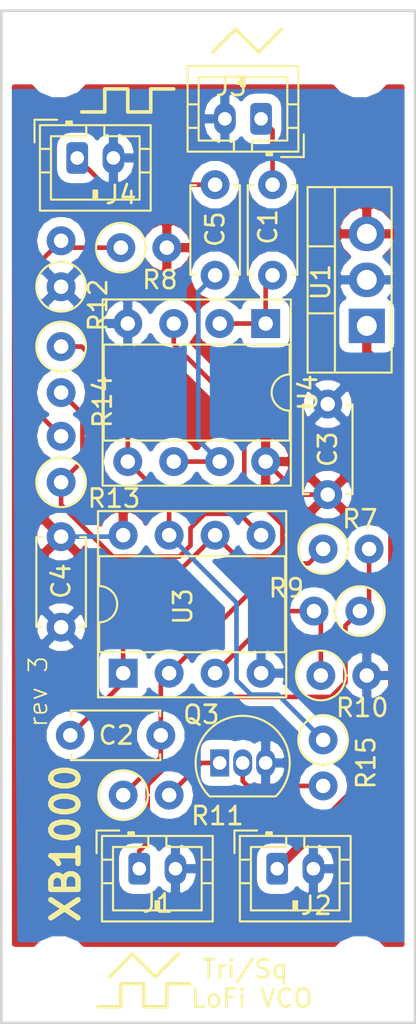
<source format=kicad_pcb>
(kicad_pcb (version 20171130) (host pcbnew "(5.0.1)-rc2")

  (general
    (thickness 1.6)
    (drawings 27)
    (tracks 95)
    (zones 0)
    (modules 26)
    (nets 17)
  )

  (page A4)
  (title_block
    (title "XB1000 VCO")
    (date 2018-10-15)
    (rev 1)
    (company "XB Ltd")
  )

  (layers
    (0 F.Cu signal)
    (31 B.Cu signal)
    (32 B.Adhes user)
    (33 F.Adhes user)
    (34 B.Paste user)
    (35 F.Paste user)
    (36 B.SilkS user)
    (37 F.SilkS user)
    (38 B.Mask user)
    (39 F.Mask user)
    (40 Dwgs.User user)
    (41 Cmts.User user)
    (42 Eco1.User user)
    (43 Eco2.User user)
    (44 Edge.Cuts user)
    (45 Margin user)
    (46 B.CrtYd user)
    (47 F.CrtYd user)
    (48 B.Fab user)
    (49 F.Fab user hide)
  )

  (setup
    (last_trace_width 0.254)
    (user_trace_width 0.1524)
    (user_trace_width 0.254)
    (user_trace_width 0.381)
    (user_trace_width 0.508)
    (user_trace_width 0.8121)
    (trace_clearance 0.254)
    (zone_clearance 0.508)
    (zone_45_only no)
    (trace_min 0.1524)
    (segment_width 0.2)
    (edge_width 0.15)
    (via_size 12.25804)
    (via_drill 8.38708)
    (via_min_size 0.4)
    (via_min_drill 0.2)
    (user_via 0.4826 0.3302)
    (user_via 0.5 0.4)
    (user_via 1.905 0.254)
    (uvia_size 0.3)
    (uvia_drill 0.1)
    (uvias_allowed no)
    (uvia_min_size 0.2)
    (uvia_min_drill 0.1)
    (pcb_text_width 0.3)
    (pcb_text_size 1.5 1.5)
    (mod_edge_width 0.15)
    (mod_text_size 1 1)
    (mod_text_width 0.15)
    (pad_size 1.524 1.524)
    (pad_drill 0.762)
    (pad_to_mask_clearance 0.051)
    (solder_mask_min_width 0.25)
    (aux_axis_origin 0 0)
    (visible_elements 7FFFFFFF)
    (pcbplotparams
      (layerselection 0x010f0_ffffffff)
      (usegerberextensions true)
      (usegerberattributes false)
      (usegerberadvancedattributes false)
      (creategerberjobfile false)
      (excludeedgelayer true)
      (linewidth 0.100000)
      (plotframeref false)
      (viasonmask false)
      (mode 1)
      (useauxorigin false)
      (hpglpennumber 1)
      (hpglpenspeed 20)
      (hpglpendiameter 15.000000)
      (psnegative false)
      (psa4output false)
      (plotreference true)
      (plotvalue true)
      (plotinvisibletext false)
      (padsonsilk false)
      (subtractmaskfromsilk false)
      (outputformat 1)
      (mirror false)
      (drillshape 0)
      (scaleselection 1)
      (outputdirectory "gerbers3/"))
  )

  (net 0 "")
  (net 1 "Net-(C2-Pad1)")
  (net 2 "Net-(C2-Pad2)")
  (net 3 +5V)
  (net 4 GND)
  (net 5 "Net-(J1-Pad1)")
  (net 6 "Net-(Q3-Pad2)")
  (net 7 "Net-(Q3-Pad1)")
  (net 8 "Net-(R12-Pad2)")
  (net 9 "Net-(R10-Pad1)")
  (net 10 "Net-(R13-Pad1)")
  (net 11 "Net-(R14-Pad1)")
  (net 12 "Net-(J2-Pad1)")
  (net 13 "Net-(C5-Pad1)")
  (net 14 "Net-(C1-Pad1)")
  (net 15 "Net-(C5-Pad2)")
  (net 16 "Net-(C1-Pad2)")

  (net_class Default "This is the default net class."
    (clearance 0.254)
    (trace_width 0.254)
    (via_dia 12.25804)
    (via_drill 8.38708)
    (uvia_dia 0.3)
    (uvia_drill 0.1)
    (diff_pair_gap 0.25)
    (diff_pair_width 83.82)
    (add_net +5V)
    (add_net "Net-(C1-Pad1)")
    (add_net "Net-(C1-Pad2)")
    (add_net "Net-(C2-Pad1)")
    (add_net "Net-(C2-Pad2)")
    (add_net "Net-(C5-Pad1)")
    (add_net "Net-(C5-Pad2)")
    (add_net "Net-(J1-Pad1)")
    (add_net "Net-(J2-Pad1)")
    (add_net "Net-(Q3-Pad1)")
    (add_net "Net-(Q3-Pad2)")
    (add_net "Net-(R10-Pad1)")
    (add_net "Net-(R12-Pad2)")
    (add_net "Net-(R13-Pad1)")
    (add_net "Net-(R14-Pad1)")
  )

  (net_class ground ""
    (clearance 0.254)
    (trace_width 0.381)
    (via_dia 12.25804)
    (via_drill 8.38708)
    (uvia_dia 0.3)
    (uvia_drill 0.1)
    (diff_pair_gap 0.25)
    (diff_pair_width 83.82)
    (add_net GND)
  )

  (module MountingHole:MountingHole_2.7mm_M2.5_ISO7380 (layer F.Cu) (tedit 5BF9D2AC) (tstamp 5C12CC5E)
    (at 133.985 152.019)
    (descr "Mounting Hole 2.7mm, no annular, M2.5, ISO7380")
    (tags "mounting hole 2.7mm no annular m2.5 iso7380")
    (attr virtual)
    (fp_text reference "" (at 0 -3.25) (layer F.SilkS)
      (effects (font (size 1 1) (thickness 0.15)))
    )
    (fp_text value MountingHole_2.7mm_M2.5_ISO7380 (at 0 3.25) (layer F.Fab)
      (effects (font (size 1 1) (thickness 0.15)))
    )
    (fp_text user %R (at 0.3 0) (layer F.Fab)
      (effects (font (size 1 1) (thickness 0.15)))
    )
    (fp_circle (center 0 0) (end 2.25 0) (layer Cmts.User) (width 0.15))
    (fp_circle (center 0 0) (end 2.5 0) (layer F.CrtYd) (width 0.05))
    (pad 1 np_thru_hole circle (at 0 0) (size 2.7 2.7) (drill 2.7) (layers *.Cu *.Mask))
  )

  (module MountingHole:MountingHole_2.7mm_M2.5_ISO7380 (layer F.Cu) (tedit 5BF9D2A9) (tstamp 5C12CC57)
    (at 150.622 152.019)
    (descr "Mounting Hole 2.7mm, no annular, M2.5, ISO7380")
    (tags "mounting hole 2.7mm no annular m2.5 iso7380")
    (attr virtual)
    (fp_text reference "" (at 0 -3.25) (layer F.SilkS)
      (effects (font (size 1 1) (thickness 0.15)))
    )
    (fp_text value MountingHole_2.7mm_M2.5_ISO7380 (at 0 3.25) (layer F.Fab)
      (effects (font (size 1 1) (thickness 0.15)))
    )
    (fp_circle (center 0 0) (end 2.5 0) (layer F.CrtYd) (width 0.05))
    (fp_circle (center 0 0) (end 2.25 0) (layer Cmts.User) (width 0.15))
    (fp_text user %R (at 0.3 0) (layer F.Fab)
      (effects (font (size 1 1) (thickness 0.15)))
    )
    (pad 1 np_thru_hole circle (at 0 0) (size 2.7 2.7) (drill 2.7) (layers *.Cu *.Mask))
  )

  (module MountingHole:MountingHole_2.7mm_M2.5_ISO7380 (layer F.Cu) (tedit 5BF9D2A9) (tstamp 5C12CC12)
    (at 150.622 101.981)
    (descr "Mounting Hole 2.7mm, no annular, M2.5, ISO7380")
    (tags "mounting hole 2.7mm no annular m2.5 iso7380")
    (attr virtual)
    (fp_text reference "" (at 0 -3.25) (layer F.SilkS)
      (effects (font (size 1 1) (thickness 0.15)))
    )
    (fp_text value MountingHole_2.7mm_M2.5_ISO7380 (at 0 3.25) (layer F.Fab)
      (effects (font (size 1 1) (thickness 0.15)))
    )
    (fp_text user %R (at 0.3 0) (layer F.Fab)
      (effects (font (size 1 1) (thickness 0.15)))
    )
    (fp_circle (center 0 0) (end 2.25 0) (layer Cmts.User) (width 0.15))
    (fp_circle (center 0 0) (end 2.5 0) (layer F.CrtYd) (width 0.05))
    (pad 1 np_thru_hole circle (at 0 0) (size 2.7 2.7) (drill 2.7) (layers *.Cu *.Mask))
  )

  (module Capacitor_THT:C_Disc_D4.7mm_W2.5mm_P5.00mm (layer F.Cu) (tedit 5AE50EF0) (tstamp 5C12C8C9)
    (at 145.796 113.665 90)
    (descr "C, Disc series, Radial, pin pitch=5.00mm, , diameter*width=4.7*2.5mm^2, Capacitor, http://www.vishay.com/docs/45233/krseries.pdf")
    (tags "C Disc series Radial pin pitch 5.00mm  diameter 4.7mm width 2.5mm Capacitor")
    (path /5BFA08DC)
    (fp_text reference C1 (at 2.667 -0.254 90) (layer F.SilkS)
      (effects (font (size 1 1) (thickness 0.15)))
    )
    (fp_text value 1uF (at 2.5 2.5 90) (layer F.Fab)
      (effects (font (size 1 1) (thickness 0.15)))
    )
    (fp_text user %R (at 2.5 0 90) (layer F.Fab)
      (effects (font (size 0.94 0.94) (thickness 0.141)))
    )
    (fp_line (start 6.05 -1.5) (end -1.05 -1.5) (layer F.CrtYd) (width 0.05))
    (fp_line (start 6.05 1.5) (end 6.05 -1.5) (layer F.CrtYd) (width 0.05))
    (fp_line (start -1.05 1.5) (end 6.05 1.5) (layer F.CrtYd) (width 0.05))
    (fp_line (start -1.05 -1.5) (end -1.05 1.5) (layer F.CrtYd) (width 0.05))
    (fp_line (start 4.97 1.055) (end 4.97 1.37) (layer F.SilkS) (width 0.12))
    (fp_line (start 4.97 -1.37) (end 4.97 -1.055) (layer F.SilkS) (width 0.12))
    (fp_line (start 0.03 1.055) (end 0.03 1.37) (layer F.SilkS) (width 0.12))
    (fp_line (start 0.03 -1.37) (end 0.03 -1.055) (layer F.SilkS) (width 0.12))
    (fp_line (start 0.03 1.37) (end 4.97 1.37) (layer F.SilkS) (width 0.12))
    (fp_line (start 0.03 -1.37) (end 4.97 -1.37) (layer F.SilkS) (width 0.12))
    (fp_line (start 4.85 -1.25) (end 0.15 -1.25) (layer F.Fab) (width 0.1))
    (fp_line (start 4.85 1.25) (end 4.85 -1.25) (layer F.Fab) (width 0.1))
    (fp_line (start 0.15 1.25) (end 4.85 1.25) (layer F.Fab) (width 0.1))
    (fp_line (start 0.15 -1.25) (end 0.15 1.25) (layer F.Fab) (width 0.1))
    (pad 2 thru_hole circle (at 5 0 90) (size 1.6 1.6) (drill 0.8) (layers *.Cu *.Mask)
      (net 16 "Net-(C1-Pad2)"))
    (pad 1 thru_hole circle (at 0 0 90) (size 1.6 1.6) (drill 0.8) (layers *.Cu *.Mask)
      (net 14 "Net-(C1-Pad1)"))
    (model ${KISYS3DMOD}/Capacitor_THT.3dshapes/C_Disc_D4.7mm_W2.5mm_P5.00mm.wrl
      (at (xyz 0 0 0))
      (scale (xyz 1 1 1))
      (rotate (xyz 0 0 0))
    )
  )

  (module Capacitor_THT:C_Disc_D4.7mm_W2.5mm_P5.00mm (layer F.Cu) (tedit 5AE50EF0) (tstamp 5C12C83C)
    (at 142.621 113.665 90)
    (descr "C, Disc series, Radial, pin pitch=5.00mm, , diameter*width=4.7*2.5mm^2, Capacitor, http://www.vishay.com/docs/45233/krseries.pdf")
    (tags "C Disc series Radial pin pitch 5.00mm  diameter 4.7mm width 2.5mm Capacitor")
    (path /5BFA0A0A)
    (fp_text reference C5 (at 2.54 0 90) (layer F.SilkS)
      (effects (font (size 1 1) (thickness 0.15)))
    )
    (fp_text value 1uF (at 2.5 2.5 90) (layer F.Fab)
      (effects (font (size 1 1) (thickness 0.15)))
    )
    (fp_line (start 0.15 -1.25) (end 0.15 1.25) (layer F.Fab) (width 0.1))
    (fp_line (start 0.15 1.25) (end 4.85 1.25) (layer F.Fab) (width 0.1))
    (fp_line (start 4.85 1.25) (end 4.85 -1.25) (layer F.Fab) (width 0.1))
    (fp_line (start 4.85 -1.25) (end 0.15 -1.25) (layer F.Fab) (width 0.1))
    (fp_line (start 0.03 -1.37) (end 4.97 -1.37) (layer F.SilkS) (width 0.12))
    (fp_line (start 0.03 1.37) (end 4.97 1.37) (layer F.SilkS) (width 0.12))
    (fp_line (start 0.03 -1.37) (end 0.03 -1.055) (layer F.SilkS) (width 0.12))
    (fp_line (start 0.03 1.055) (end 0.03 1.37) (layer F.SilkS) (width 0.12))
    (fp_line (start 4.97 -1.37) (end 4.97 -1.055) (layer F.SilkS) (width 0.12))
    (fp_line (start 4.97 1.055) (end 4.97 1.37) (layer F.SilkS) (width 0.12))
    (fp_line (start -1.05 -1.5) (end -1.05 1.5) (layer F.CrtYd) (width 0.05))
    (fp_line (start -1.05 1.5) (end 6.05 1.5) (layer F.CrtYd) (width 0.05))
    (fp_line (start 6.05 1.5) (end 6.05 -1.5) (layer F.CrtYd) (width 0.05))
    (fp_line (start 6.05 -1.5) (end -1.05 -1.5) (layer F.CrtYd) (width 0.05))
    (fp_text user %R (at 2.5 0 90) (layer F.Fab)
      (effects (font (size 0.94 0.94) (thickness 0.141)))
    )
    (pad 1 thru_hole circle (at 0 0 90) (size 1.6 1.6) (drill 0.8) (layers *.Cu *.Mask)
      (net 13 "Net-(C5-Pad1)"))
    (pad 2 thru_hole circle (at 5 0 90) (size 1.6 1.6) (drill 0.8) (layers *.Cu *.Mask)
      (net 15 "Net-(C5-Pad2)"))
    (model ${KISYS3DMOD}/Capacitor_THT.3dshapes/C_Disc_D4.7mm_W2.5mm_P5.00mm.wrl
      (at (xyz 0 0 0))
      (scale (xyz 1 1 1))
      (rotate (xyz 0 0 0))
    )
  )

  (module Resistor_THT:R_Axial_DIN0207_L6.3mm_D2.5mm_P2.54mm_Vertical (layer F.Cu) (tedit 5AE5139B) (tstamp 5C065712)
    (at 148.463 135.763)
    (descr "Resistor, Axial_DIN0207 series, Axial, Vertical, pin pitch=2.54mm, 0.25W = 1/4W, length*diameter=6.3*2.5mm^2, http://cdn-reichelt.de/documents/datenblatt/B400/1_4W%23YAG.pdf")
    (tags "Resistor Axial_DIN0207 series Axial Vertical pin pitch 2.54mm 0.25W = 1/4W length 6.3mm diameter 2.5mm")
    (path /5BC5400B)
    (fp_text reference R10 (at 2.286 1.778) (layer F.SilkS)
      (effects (font (size 1 1) (thickness 0.15)))
    )
    (fp_text value 56K (at 1.27 2.37) (layer F.Fab)
      (effects (font (size 1 1) (thickness 0.15)))
    )
    (fp_text user %R (at 1.27 -2.37) (layer F.Fab)
      (effects (font (size 1 1) (thickness 0.15)))
    )
    (fp_line (start 3.59 -1.5) (end -1.5 -1.5) (layer F.CrtYd) (width 0.05))
    (fp_line (start 3.59 1.5) (end 3.59 -1.5) (layer F.CrtYd) (width 0.05))
    (fp_line (start -1.5 1.5) (end 3.59 1.5) (layer F.CrtYd) (width 0.05))
    (fp_line (start -1.5 -1.5) (end -1.5 1.5) (layer F.CrtYd) (width 0.05))
    (fp_line (start 1.37 0) (end 1.44 0) (layer F.SilkS) (width 0.12))
    (fp_line (start 0 0) (end 2.54 0) (layer F.Fab) (width 0.1))
    (fp_circle (center 0 0) (end 1.37 0) (layer F.SilkS) (width 0.12))
    (fp_circle (center 0 0) (end 1.25 0) (layer F.Fab) (width 0.1))
    (pad 2 thru_hole oval (at 2.54 0) (size 1.6 1.6) (drill 0.8) (layers *.Cu *.Mask)
      (net 4 GND))
    (pad 1 thru_hole circle (at 0 0) (size 1.6 1.6) (drill 0.8) (layers *.Cu *.Mask)
      (net 9 "Net-(R10-Pad1)"))
    (model ${KISYS3DMOD}/Resistor_THT.3dshapes/R_Axial_DIN0207_L6.3mm_D2.5mm_P2.54mm_Vertical.wrl
      (at (xyz 0 0 0))
      (scale (xyz 1 1 1))
      (rotate (xyz 0 0 0))
    )
  )

  (module Package_TO_SOT_THT:TO-220-3_Vertical (layer F.Cu) (tedit 5AC8BA0D) (tstamp 5C066FC0)
    (at 151.003 116.459 90)
    (descr "TO-220-3, Vertical, RM 2.54mm, see https://www.vishay.com/docs/66542/to-220-1.pdf")
    (tags "TO-220-3 Vertical RM 2.54mm")
    (path /5BF9DFB5)
    (fp_text reference U1 (at 2.413 -2.54 90) (layer F.SilkS)
      (effects (font (size 1 1) (thickness 0.15)))
    )
    (fp_text value L7805 (at 2.413 -2.286 90) (layer F.Fab)
      (effects (font (size 1 1) (thickness 0.15)))
    )
    (fp_line (start -2.46 -3.15) (end -2.46 1.25) (layer F.Fab) (width 0.1))
    (fp_line (start -2.46 1.25) (end 7.54 1.25) (layer F.Fab) (width 0.1))
    (fp_line (start 7.54 1.25) (end 7.54 -3.15) (layer F.Fab) (width 0.1))
    (fp_line (start 7.54 -3.15) (end -2.46 -3.15) (layer F.Fab) (width 0.1))
    (fp_line (start -2.46 -1.88) (end 7.54 -1.88) (layer F.Fab) (width 0.1))
    (fp_line (start 0.69 -3.15) (end 0.69 -1.88) (layer F.Fab) (width 0.1))
    (fp_line (start 4.39 -3.15) (end 4.39 -1.88) (layer F.Fab) (width 0.1))
    (fp_line (start -2.58 -3.27) (end 7.66 -3.27) (layer F.SilkS) (width 0.12))
    (fp_line (start -2.58 1.371) (end 7.66 1.371) (layer F.SilkS) (width 0.12))
    (fp_line (start -2.58 -3.27) (end -2.58 1.371) (layer F.SilkS) (width 0.12))
    (fp_line (start 7.66 -3.27) (end 7.66 1.371) (layer F.SilkS) (width 0.12))
    (fp_line (start -2.58 -1.76) (end 7.66 -1.76) (layer F.SilkS) (width 0.12))
    (fp_line (start 0.69 -3.27) (end 0.69 -1.76) (layer F.SilkS) (width 0.12))
    (fp_line (start 4.391 -3.27) (end 4.391 -1.76) (layer F.SilkS) (width 0.12))
    (fp_line (start -2.71 -3.4) (end -2.71 1.51) (layer F.CrtYd) (width 0.05))
    (fp_line (start -2.71 1.51) (end 7.79 1.51) (layer F.CrtYd) (width 0.05))
    (fp_line (start 7.79 1.51) (end 7.79 -3.4) (layer F.CrtYd) (width 0.05))
    (fp_line (start 7.79 -3.4) (end -2.71 -3.4) (layer F.CrtYd) (width 0.05))
    (fp_text user %R (at 2.54 -4.27 90) (layer F.Fab)
      (effects (font (size 1 1) (thickness 0.15)))
    )
    (pad 1 thru_hole rect (at 0 0 90) (size 1.905 2) (drill 1.1) (layers *.Cu *.Mask)
      (net 12 "Net-(J2-Pad1)"))
    (pad 2 thru_hole oval (at 2.54 0 90) (size 1.905 2) (drill 1.1) (layers *.Cu *.Mask)
      (net 4 GND))
    (pad 3 thru_hole oval (at 5.08 0 90) (size 1.905 2) (drill 1.1) (layers *.Cu *.Mask)
      (net 3 +5V))
    (model ${KISYS3DMOD}/Package_TO_SOT_THT.3dshapes/TO-220-3_Vertical.wrl
      (at (xyz 0 0 0))
      (scale (xyz 1 1 1))
      (rotate (xyz 0 0 0))
    )
  )

  (module Capacitor_THT:C_Disc_D4.7mm_W2.5mm_P5.00mm (layer F.Cu) (tedit 5AE50EF0) (tstamp 5C065912)
    (at 134.62 139.065)
    (descr "C, Disc series, Radial, pin pitch=5.00mm, , diameter*width=4.7*2.5mm^2, Capacitor, http://www.vishay.com/docs/45233/krseries.pdf")
    (tags "C Disc series Radial pin pitch 5.00mm  diameter 4.7mm width 2.5mm Capacitor")
    (path /5BC553F5)
    (fp_text reference C2 (at 2.54 0) (layer F.SilkS)
      (effects (font (size 1 1) (thickness 0.15)))
    )
    (fp_text value 4.7nf (at 2.5 2.5) (layer F.Fab)
      (effects (font (size 1 1) (thickness 0.15)))
    )
    (fp_line (start 0.15 -1.25) (end 0.15 1.25) (layer F.Fab) (width 0.1))
    (fp_line (start 0.15 1.25) (end 4.85 1.25) (layer F.Fab) (width 0.1))
    (fp_line (start 4.85 1.25) (end 4.85 -1.25) (layer F.Fab) (width 0.1))
    (fp_line (start 4.85 -1.25) (end 0.15 -1.25) (layer F.Fab) (width 0.1))
    (fp_line (start 0.03 -1.37) (end 4.97 -1.37) (layer F.SilkS) (width 0.12))
    (fp_line (start 0.03 1.37) (end 4.97 1.37) (layer F.SilkS) (width 0.12))
    (fp_line (start 0.03 -1.37) (end 0.03 -1.055) (layer F.SilkS) (width 0.12))
    (fp_line (start 0.03 1.055) (end 0.03 1.37) (layer F.SilkS) (width 0.12))
    (fp_line (start 4.97 -1.37) (end 4.97 -1.055) (layer F.SilkS) (width 0.12))
    (fp_line (start 4.97 1.055) (end 4.97 1.37) (layer F.SilkS) (width 0.12))
    (fp_line (start -1.05 -1.5) (end -1.05 1.5) (layer F.CrtYd) (width 0.05))
    (fp_line (start -1.05 1.5) (end 6.05 1.5) (layer F.CrtYd) (width 0.05))
    (fp_line (start 6.05 1.5) (end 6.05 -1.5) (layer F.CrtYd) (width 0.05))
    (fp_line (start 6.05 -1.5) (end -1.05 -1.5) (layer F.CrtYd) (width 0.05))
    (fp_text user %R (at 2.5 0) (layer F.Fab)
      (effects (font (size 0.94 0.94) (thickness 0.141)))
    )
    (pad 1 thru_hole circle (at 0 0) (size 1.6 1.6) (drill 0.8) (layers *.Cu *.Mask)
      (net 1 "Net-(C2-Pad1)"))
    (pad 2 thru_hole circle (at 5 0) (size 1.6 1.6) (drill 0.8) (layers *.Cu *.Mask)
      (net 2 "Net-(C2-Pad2)"))
    (model ${KISYS3DMOD}/Capacitor_THT.3dshapes/C_Disc_D4.7mm_W2.5mm_P5.00mm.wrl
      (at (xyz 0 0 0))
      (scale (xyz 1 1 1))
      (rotate (xyz 0 0 0))
    )
  )

  (module Capacitor_THT:C_Disc_D4.7mm_W2.5mm_P5.00mm (layer F.Cu) (tedit 5AE50EF0) (tstamp 5C0658FE)
    (at 148.844 120.777 270)
    (descr "C, Disc series, Radial, pin pitch=5.00mm, , diameter*width=4.7*2.5mm^2, Capacitor, http://www.vishay.com/docs/45233/krseries.pdf")
    (tags "C Disc series Radial pin pitch 5.00mm  diameter 4.7mm width 2.5mm Capacitor")
    (path /5BC5C4A0)
    (fp_text reference C3 (at 2.5 0 270) (layer F.SilkS)
      (effects (font (size 1 1) (thickness 0.15)))
    )
    (fp_text value 100nF (at 2.5 2.5 270) (layer F.Fab)
      (effects (font (size 1 1) (thickness 0.15)))
    )
    (fp_text user %R (at 2.5 0 270) (layer F.Fab)
      (effects (font (size 0.94 0.94) (thickness 0.141)))
    )
    (fp_line (start 6.05 -1.5) (end -1.05 -1.5) (layer F.CrtYd) (width 0.05))
    (fp_line (start 6.05 1.5) (end 6.05 -1.5) (layer F.CrtYd) (width 0.05))
    (fp_line (start -1.05 1.5) (end 6.05 1.5) (layer F.CrtYd) (width 0.05))
    (fp_line (start -1.05 -1.5) (end -1.05 1.5) (layer F.CrtYd) (width 0.05))
    (fp_line (start 4.97 1.055) (end 4.97 1.37) (layer F.SilkS) (width 0.12))
    (fp_line (start 4.97 -1.37) (end 4.97 -1.055) (layer F.SilkS) (width 0.12))
    (fp_line (start 0.03 1.055) (end 0.03 1.37) (layer F.SilkS) (width 0.12))
    (fp_line (start 0.03 -1.37) (end 0.03 -1.055) (layer F.SilkS) (width 0.12))
    (fp_line (start 0.03 1.37) (end 4.97 1.37) (layer F.SilkS) (width 0.12))
    (fp_line (start 0.03 -1.37) (end 4.97 -1.37) (layer F.SilkS) (width 0.12))
    (fp_line (start 4.85 -1.25) (end 0.15 -1.25) (layer F.Fab) (width 0.1))
    (fp_line (start 4.85 1.25) (end 4.85 -1.25) (layer F.Fab) (width 0.1))
    (fp_line (start 0.15 1.25) (end 4.85 1.25) (layer F.Fab) (width 0.1))
    (fp_line (start 0.15 -1.25) (end 0.15 1.25) (layer F.Fab) (width 0.1))
    (pad 2 thru_hole circle (at 5 0 270) (size 1.6 1.6) (drill 0.8) (layers *.Cu *.Mask)
      (net 3 +5V))
    (pad 1 thru_hole circle (at 0 0 270) (size 1.6 1.6) (drill 0.8) (layers *.Cu *.Mask)
      (net 4 GND))
    (model ${KISYS3DMOD}/Capacitor_THT.3dshapes/C_Disc_D4.7mm_W2.5mm_P5.00mm.wrl
      (at (xyz 0 0 0))
      (scale (xyz 1 1 1))
      (rotate (xyz 0 0 0))
    )
  )

  (module Capacitor_THT:C_Disc_D4.7mm_W2.5mm_P5.00mm (layer F.Cu) (tedit 5AE50EF0) (tstamp 5C0658EA)
    (at 134.112 133.096 90)
    (descr "C, Disc series, Radial, pin pitch=5.00mm, , diameter*width=4.7*2.5mm^2, Capacitor, http://www.vishay.com/docs/45233/krseries.pdf")
    (tags "C Disc series Radial pin pitch 5.00mm  diameter 4.7mm width 2.5mm Capacitor")
    (path /5BC5E910)
    (fp_text reference C4 (at 2.54 0 90) (layer F.SilkS)
      (effects (font (size 1 1) (thickness 0.15)))
    )
    (fp_text value 100nF (at 2.5 2.5 90) (layer F.Fab)
      (effects (font (size 1 1) (thickness 0.15)))
    )
    (fp_line (start 0.15 -1.25) (end 0.15 1.25) (layer F.Fab) (width 0.1))
    (fp_line (start 0.15 1.25) (end 4.85 1.25) (layer F.Fab) (width 0.1))
    (fp_line (start 4.85 1.25) (end 4.85 -1.25) (layer F.Fab) (width 0.1))
    (fp_line (start 4.85 -1.25) (end 0.15 -1.25) (layer F.Fab) (width 0.1))
    (fp_line (start 0.03 -1.37) (end 4.97 -1.37) (layer F.SilkS) (width 0.12))
    (fp_line (start 0.03 1.37) (end 4.97 1.37) (layer F.SilkS) (width 0.12))
    (fp_line (start 0.03 -1.37) (end 0.03 -1.055) (layer F.SilkS) (width 0.12))
    (fp_line (start 0.03 1.055) (end 0.03 1.37) (layer F.SilkS) (width 0.12))
    (fp_line (start 4.97 -1.37) (end 4.97 -1.055) (layer F.SilkS) (width 0.12))
    (fp_line (start 4.97 1.055) (end 4.97 1.37) (layer F.SilkS) (width 0.12))
    (fp_line (start -1.05 -1.5) (end -1.05 1.5) (layer F.CrtYd) (width 0.05))
    (fp_line (start -1.05 1.5) (end 6.05 1.5) (layer F.CrtYd) (width 0.05))
    (fp_line (start 6.05 1.5) (end 6.05 -1.5) (layer F.CrtYd) (width 0.05))
    (fp_line (start 6.05 -1.5) (end -1.05 -1.5) (layer F.CrtYd) (width 0.05))
    (fp_text user %R (at 2.5 0 90) (layer F.Fab)
      (effects (font (size 0.94 0.94) (thickness 0.141)))
    )
    (pad 1 thru_hole circle (at 0 0 90) (size 1.6 1.6) (drill 0.8) (layers *.Cu *.Mask)
      (net 4 GND))
    (pad 2 thru_hole circle (at 5 0 90) (size 1.6 1.6) (drill 0.8) (layers *.Cu *.Mask)
      (net 3 +5V))
    (model ${KISYS3DMOD}/Capacitor_THT.3dshapes/C_Disc_D4.7mm_W2.5mm_P5.00mm.wrl
      (at (xyz 0 0 0))
      (scale (xyz 1 1 1))
      (rotate (xyz 0 0 0))
    )
  )

  (module Connector_JST:JST_PH_B2B-PH-K_1x02_P2.00mm_Vertical (layer F.Cu) (tedit 5B7745C2) (tstamp 5C0658C1)
    (at 138.43 146.431)
    (descr "JST PH series connector, B2B-PH-K (http://www.jst-mfg.com/product/pdf/eng/ePH.pdf), generated with kicad-footprint-generator")
    (tags "connector JST PH side entry")
    (path /5BC62A30)
    (fp_text reference J1 (at 1.016 1.905) (layer F.SilkS)
      (effects (font (size 1 1) (thickness 0.15)))
    )
    (fp_text value Input (at 5.207 0.635 90) (layer F.Fab)
      (effects (font (size 1 1) (thickness 0.15)))
    )
    (fp_text user %R (at 1 1.5) (layer F.Fab)
      (effects (font (size 1 1) (thickness 0.15)))
    )
    (fp_line (start 4.45 -2.2) (end -2.45 -2.2) (layer F.CrtYd) (width 0.05))
    (fp_line (start 4.45 3.3) (end 4.45 -2.2) (layer F.CrtYd) (width 0.05))
    (fp_line (start -2.45 3.3) (end 4.45 3.3) (layer F.CrtYd) (width 0.05))
    (fp_line (start -2.45 -2.2) (end -2.45 3.3) (layer F.CrtYd) (width 0.05))
    (fp_line (start 3.95 -1.7) (end -1.95 -1.7) (layer F.Fab) (width 0.1))
    (fp_line (start 3.95 2.8) (end 3.95 -1.7) (layer F.Fab) (width 0.1))
    (fp_line (start -1.95 2.8) (end 3.95 2.8) (layer F.Fab) (width 0.1))
    (fp_line (start -1.95 -1.7) (end -1.95 2.8) (layer F.Fab) (width 0.1))
    (fp_line (start -2.36 -2.11) (end -2.36 -0.86) (layer F.Fab) (width 0.1))
    (fp_line (start -1.11 -2.11) (end -2.36 -2.11) (layer F.Fab) (width 0.1))
    (fp_line (start -2.36 -2.11) (end -2.36 -0.86) (layer F.SilkS) (width 0.12))
    (fp_line (start -1.11 -2.11) (end -2.36 -2.11) (layer F.SilkS) (width 0.12))
    (fp_line (start 1 2.3) (end 1 1.8) (layer F.SilkS) (width 0.12))
    (fp_line (start 1.1 1.8) (end 1.1 2.3) (layer F.SilkS) (width 0.12))
    (fp_line (start 0.9 1.8) (end 1.1 1.8) (layer F.SilkS) (width 0.12))
    (fp_line (start 0.9 2.3) (end 0.9 1.8) (layer F.SilkS) (width 0.12))
    (fp_line (start 4.06 0.8) (end 3.45 0.8) (layer F.SilkS) (width 0.12))
    (fp_line (start 4.06 -0.5) (end 3.45 -0.5) (layer F.SilkS) (width 0.12))
    (fp_line (start -2.06 0.8) (end -1.45 0.8) (layer F.SilkS) (width 0.12))
    (fp_line (start -2.06 -0.5) (end -1.45 -0.5) (layer F.SilkS) (width 0.12))
    (fp_line (start 1.5 -1.2) (end 1.5 -1.81) (layer F.SilkS) (width 0.12))
    (fp_line (start 3.45 -1.2) (end 1.5 -1.2) (layer F.SilkS) (width 0.12))
    (fp_line (start 3.45 2.3) (end 3.45 -1.2) (layer F.SilkS) (width 0.12))
    (fp_line (start -1.45 2.3) (end 3.45 2.3) (layer F.SilkS) (width 0.12))
    (fp_line (start -1.45 -1.2) (end -1.45 2.3) (layer F.SilkS) (width 0.12))
    (fp_line (start 0.5 -1.2) (end -1.45 -1.2) (layer F.SilkS) (width 0.12))
    (fp_line (start 0.5 -1.81) (end 0.5 -1.2) (layer F.SilkS) (width 0.12))
    (fp_line (start -0.3 -1.91) (end -0.6 -1.91) (layer F.SilkS) (width 0.12))
    (fp_line (start -0.6 -2.01) (end -0.6 -1.81) (layer F.SilkS) (width 0.12))
    (fp_line (start -0.3 -2.01) (end -0.6 -2.01) (layer F.SilkS) (width 0.12))
    (fp_line (start -0.3 -1.81) (end -0.3 -2.01) (layer F.SilkS) (width 0.12))
    (fp_line (start 4.06 -1.81) (end -2.06 -1.81) (layer F.SilkS) (width 0.12))
    (fp_line (start 4.06 2.91) (end 4.06 -1.81) (layer F.SilkS) (width 0.12))
    (fp_line (start -2.06 2.91) (end 4.06 2.91) (layer F.SilkS) (width 0.12))
    (fp_line (start -2.06 -1.81) (end -2.06 2.91) (layer F.SilkS) (width 0.12))
    (pad 2 thru_hole oval (at 2 0) (size 1.2 1.75) (drill 0.75) (layers *.Cu *.Mask)
      (net 4 GND))
    (pad 1 thru_hole roundrect (at 0 0) (size 1.2 1.75) (drill 0.75) (layers *.Cu *.Mask) (roundrect_rratio 0.208333)
      (net 5 "Net-(J1-Pad1)"))
    (model ${KISYS3DMOD}/Connector_JST.3dshapes/JST_PH_B2B-PH-K_1x02_P2.00mm_Vertical.wrl
      (at (xyz 0 0 0))
      (scale (xyz 1 1 1))
      (rotate (xyz 0 0 0))
    )
  )

  (module Connector_JST:JST_PH_B2B-PH-K_1x02_P2.00mm_Vertical (layer F.Cu) (tedit 5BF9C99B) (tstamp 5C065898)
    (at 146.05 146.431)
    (descr "JST PH series connector, B2B-PH-K (http://www.jst-mfg.com/product/pdf/eng/ePH.pdf), generated with kicad-footprint-generator")
    (tags "connector JST PH side entry")
    (path /5BC6E16F)
    (fp_text reference J2 (at 2.159 2.032) (layer F.SilkS)
      (effects (font (size 1 1) (thickness 0.15)))
    )
    (fp_text value "Power In" (at 5.334 0.635 90) (layer F.Fab)
      (effects (font (size 1 1) (thickness 0.15)))
    )
    (fp_line (start -2.06 -1.81) (end -2.06 2.91) (layer F.SilkS) (width 0.12))
    (fp_line (start -2.06 2.91) (end 4.06 2.91) (layer F.SilkS) (width 0.12))
    (fp_line (start 4.06 2.91) (end 4.06 -1.81) (layer F.SilkS) (width 0.12))
    (fp_line (start 4.06 -1.81) (end -2.06 -1.81) (layer F.SilkS) (width 0.12))
    (fp_line (start -0.3 -1.81) (end -0.3 -2.01) (layer F.SilkS) (width 0.12))
    (fp_line (start -0.3 -2.01) (end -0.6 -2.01) (layer F.SilkS) (width 0.12))
    (fp_line (start -0.6 -2.01) (end -0.6 -1.81) (layer F.SilkS) (width 0.12))
    (fp_line (start -0.3 -1.91) (end -0.6 -1.91) (layer F.SilkS) (width 0.12))
    (fp_line (start 0.5 -1.81) (end 0.5 -1.2) (layer F.SilkS) (width 0.12))
    (fp_line (start 0.5 -1.2) (end -1.45 -1.2) (layer F.SilkS) (width 0.12))
    (fp_line (start -1.45 -1.2) (end -1.45 2.3) (layer F.SilkS) (width 0.12))
    (fp_line (start -1.45 2.3) (end 3.45 2.3) (layer F.SilkS) (width 0.12))
    (fp_line (start 3.45 2.3) (end 3.45 -1.2) (layer F.SilkS) (width 0.12))
    (fp_line (start 3.45 -1.2) (end 1.5 -1.2) (layer F.SilkS) (width 0.12))
    (fp_line (start 1.5 -1.2) (end 1.5 -1.81) (layer F.SilkS) (width 0.12))
    (fp_line (start -2.06 -0.5) (end -1.45 -0.5) (layer F.SilkS) (width 0.12))
    (fp_line (start -2.06 0.8) (end -1.45 0.8) (layer F.SilkS) (width 0.12))
    (fp_line (start 4.06 -0.5) (end 3.45 -0.5) (layer F.SilkS) (width 0.12))
    (fp_line (start 4.06 0.8) (end 3.45 0.8) (layer F.SilkS) (width 0.12))
    (fp_line (start 0.9 2.3) (end 0.9 1.8) (layer F.SilkS) (width 0.12))
    (fp_line (start 0.9 1.8) (end 1.1 1.8) (layer F.SilkS) (width 0.12))
    (fp_line (start 1.1 1.8) (end 1.1 2.3) (layer F.SilkS) (width 0.12))
    (fp_line (start 1 2.3) (end 1 1.8) (layer F.SilkS) (width 0.12))
    (fp_line (start -1.11 -2.11) (end -2.36 -2.11) (layer F.SilkS) (width 0.12))
    (fp_line (start -2.36 -2.11) (end -2.36 -0.86) (layer F.SilkS) (width 0.12))
    (fp_line (start -1.11 -2.11) (end -2.36 -2.11) (layer F.Fab) (width 0.1))
    (fp_line (start -2.36 -2.11) (end -2.36 -0.86) (layer F.Fab) (width 0.1))
    (fp_line (start -1.95 -1.7) (end -1.95 2.8) (layer F.Fab) (width 0.1))
    (fp_line (start -1.95 2.8) (end 3.95 2.8) (layer F.Fab) (width 0.1))
    (fp_line (start 3.95 2.8) (end 3.95 -1.7) (layer F.Fab) (width 0.1))
    (fp_line (start 3.95 -1.7) (end -1.95 -1.7) (layer F.Fab) (width 0.1))
    (fp_line (start -2.45 -2.2) (end -2.45 3.3) (layer F.CrtYd) (width 0.05))
    (fp_line (start -2.45 3.3) (end 4.45 3.3) (layer F.CrtYd) (width 0.05))
    (fp_line (start 4.45 3.3) (end 4.45 -2.2) (layer F.CrtYd) (width 0.05))
    (fp_line (start 4.45 -2.2) (end -2.45 -2.2) (layer F.CrtYd) (width 0.05))
    (fp_text user %R (at 1 1.5) (layer F.Fab)
      (effects (font (size 1 1) (thickness 0.15)))
    )
    (pad 1 thru_hole roundrect (at 0 0) (size 1.2 1.75) (drill 0.75) (layers *.Cu *.Mask) (roundrect_rratio 0.208333)
      (net 12 "Net-(J2-Pad1)"))
    (pad 2 thru_hole oval (at 2 0) (size 1.2 1.75) (drill 0.75) (layers *.Cu *.Mask)
      (net 4 GND))
    (model ${KISYS3DMOD}/Connector_JST.3dshapes/JST_PH_B2B-PH-K_1x02_P2.00mm_Vertical.wrl
      (at (xyz 0 0 0))
      (scale (xyz 1 1 1))
      (rotate (xyz 0 0 0))
    )
  )

  (module Connector_JST:JST_PH_B2B-PH-K_1x02_P2.00mm_Vertical (layer F.Cu) (tedit 5B7745C2) (tstamp 5C06586F)
    (at 145.161 105.029 180)
    (descr "JST PH series connector, B2B-PH-K (http://www.jst-mfg.com/product/pdf/eng/ePH.pdf), generated with kicad-footprint-generator")
    (tags "connector JST PH side entry")
    (path /5BC67292)
    (fp_text reference J3 (at 1.651 1.778 180) (layer F.SilkS)
      (effects (font (size 1 1) (thickness 0.15)))
    )
    (fp_text value "Triangle Out" (at 5.08 2.159 270) (layer F.Fab)
      (effects (font (size 1 1) (thickness 0.15)))
    )
    (fp_text user %R (at 1 1.5 180) (layer F.Fab)
      (effects (font (size 1 1) (thickness 0.15)))
    )
    (fp_line (start 4.45 -2.2) (end -2.45 -2.2) (layer F.CrtYd) (width 0.05))
    (fp_line (start 4.45 3.3) (end 4.45 -2.2) (layer F.CrtYd) (width 0.05))
    (fp_line (start -2.45 3.3) (end 4.45 3.3) (layer F.CrtYd) (width 0.05))
    (fp_line (start -2.45 -2.2) (end -2.45 3.3) (layer F.CrtYd) (width 0.05))
    (fp_line (start 3.95 -1.7) (end -1.95 -1.7) (layer F.Fab) (width 0.1))
    (fp_line (start 3.95 2.8) (end 3.95 -1.7) (layer F.Fab) (width 0.1))
    (fp_line (start -1.95 2.8) (end 3.95 2.8) (layer F.Fab) (width 0.1))
    (fp_line (start -1.95 -1.7) (end -1.95 2.8) (layer F.Fab) (width 0.1))
    (fp_line (start -2.36 -2.11) (end -2.36 -0.86) (layer F.Fab) (width 0.1))
    (fp_line (start -1.11 -2.11) (end -2.36 -2.11) (layer F.Fab) (width 0.1))
    (fp_line (start -2.36 -2.11) (end -2.36 -0.86) (layer F.SilkS) (width 0.12))
    (fp_line (start -1.11 -2.11) (end -2.36 -2.11) (layer F.SilkS) (width 0.12))
    (fp_line (start 1 2.3) (end 1 1.8) (layer F.SilkS) (width 0.12))
    (fp_line (start 1.1 1.8) (end 1.1 2.3) (layer F.SilkS) (width 0.12))
    (fp_line (start 0.9 1.8) (end 1.1 1.8) (layer F.SilkS) (width 0.12))
    (fp_line (start 0.9 2.3) (end 0.9 1.8) (layer F.SilkS) (width 0.12))
    (fp_line (start 4.06 0.8) (end 3.45 0.8) (layer F.SilkS) (width 0.12))
    (fp_line (start 4.06 -0.5) (end 3.45 -0.5) (layer F.SilkS) (width 0.12))
    (fp_line (start -2.06 0.8) (end -1.45 0.8) (layer F.SilkS) (width 0.12))
    (fp_line (start -2.06 -0.5) (end -1.45 -0.5) (layer F.SilkS) (width 0.12))
    (fp_line (start 1.5 -1.2) (end 1.5 -1.81) (layer F.SilkS) (width 0.12))
    (fp_line (start 3.45 -1.2) (end 1.5 -1.2) (layer F.SilkS) (width 0.12))
    (fp_line (start 3.45 2.3) (end 3.45 -1.2) (layer F.SilkS) (width 0.12))
    (fp_line (start -1.45 2.3) (end 3.45 2.3) (layer F.SilkS) (width 0.12))
    (fp_line (start -1.45 -1.2) (end -1.45 2.3) (layer F.SilkS) (width 0.12))
    (fp_line (start 0.5 -1.2) (end -1.45 -1.2) (layer F.SilkS) (width 0.12))
    (fp_line (start 0.5 -1.81) (end 0.5 -1.2) (layer F.SilkS) (width 0.12))
    (fp_line (start -0.3 -1.91) (end -0.6 -1.91) (layer F.SilkS) (width 0.12))
    (fp_line (start -0.6 -2.01) (end -0.6 -1.81) (layer F.SilkS) (width 0.12))
    (fp_line (start -0.3 -2.01) (end -0.6 -2.01) (layer F.SilkS) (width 0.12))
    (fp_line (start -0.3 -1.81) (end -0.3 -2.01) (layer F.SilkS) (width 0.12))
    (fp_line (start 4.06 -1.81) (end -2.06 -1.81) (layer F.SilkS) (width 0.12))
    (fp_line (start 4.06 2.91) (end 4.06 -1.81) (layer F.SilkS) (width 0.12))
    (fp_line (start -2.06 2.91) (end 4.06 2.91) (layer F.SilkS) (width 0.12))
    (fp_line (start -2.06 -1.81) (end -2.06 2.91) (layer F.SilkS) (width 0.12))
    (pad 2 thru_hole oval (at 2 0 180) (size 1.2 1.75) (drill 0.75) (layers *.Cu *.Mask)
      (net 4 GND))
    (pad 1 thru_hole roundrect (at 0 0 180) (size 1.2 1.75) (drill 0.75) (layers *.Cu *.Mask) (roundrect_rratio 0.208333)
      (net 16 "Net-(C1-Pad2)"))
    (model ${KISYS3DMOD}/Connector_JST.3dshapes/JST_PH_B2B-PH-K_1x02_P2.00mm_Vertical.wrl
      (at (xyz 0 0 0))
      (scale (xyz 1 1 1))
      (rotate (xyz 0 0 0))
    )
  )

  (module Connector_JST:JST_PH_B2B-PH-K_1x02_P2.00mm_Vertical (layer F.Cu) (tedit 5B7745C2) (tstamp 5C065846)
    (at 135.001 107.188)
    (descr "JST PH series connector, B2B-PH-K (http://www.jst-mfg.com/product/pdf/eng/ePH.pdf), generated with kicad-footprint-generator")
    (tags "connector JST PH side entry")
    (path /5BC67311)
    (fp_text reference J4 (at 2.413 2.032) (layer F.SilkS)
      (effects (font (size 1 1) (thickness 0.15)))
    )
    (fp_text value "Square Out" (at 1.397 -4.191) (layer F.Fab)
      (effects (font (size 1 1) (thickness 0.15)))
    )
    (fp_line (start -2.06 -1.81) (end -2.06 2.91) (layer F.SilkS) (width 0.12))
    (fp_line (start -2.06 2.91) (end 4.06 2.91) (layer F.SilkS) (width 0.12))
    (fp_line (start 4.06 2.91) (end 4.06 -1.81) (layer F.SilkS) (width 0.12))
    (fp_line (start 4.06 -1.81) (end -2.06 -1.81) (layer F.SilkS) (width 0.12))
    (fp_line (start -0.3 -1.81) (end -0.3 -2.01) (layer F.SilkS) (width 0.12))
    (fp_line (start -0.3 -2.01) (end -0.6 -2.01) (layer F.SilkS) (width 0.12))
    (fp_line (start -0.6 -2.01) (end -0.6 -1.81) (layer F.SilkS) (width 0.12))
    (fp_line (start -0.3 -1.91) (end -0.6 -1.91) (layer F.SilkS) (width 0.12))
    (fp_line (start 0.5 -1.81) (end 0.5 -1.2) (layer F.SilkS) (width 0.12))
    (fp_line (start 0.5 -1.2) (end -1.45 -1.2) (layer F.SilkS) (width 0.12))
    (fp_line (start -1.45 -1.2) (end -1.45 2.3) (layer F.SilkS) (width 0.12))
    (fp_line (start -1.45 2.3) (end 3.45 2.3) (layer F.SilkS) (width 0.12))
    (fp_line (start 3.45 2.3) (end 3.45 -1.2) (layer F.SilkS) (width 0.12))
    (fp_line (start 3.45 -1.2) (end 1.5 -1.2) (layer F.SilkS) (width 0.12))
    (fp_line (start 1.5 -1.2) (end 1.5 -1.81) (layer F.SilkS) (width 0.12))
    (fp_line (start -2.06 -0.5) (end -1.45 -0.5) (layer F.SilkS) (width 0.12))
    (fp_line (start -2.06 0.8) (end -1.45 0.8) (layer F.SilkS) (width 0.12))
    (fp_line (start 4.06 -0.5) (end 3.45 -0.5) (layer F.SilkS) (width 0.12))
    (fp_line (start 4.06 0.8) (end 3.45 0.8) (layer F.SilkS) (width 0.12))
    (fp_line (start 0.9 2.3) (end 0.9 1.8) (layer F.SilkS) (width 0.12))
    (fp_line (start 0.9 1.8) (end 1.1 1.8) (layer F.SilkS) (width 0.12))
    (fp_line (start 1.1 1.8) (end 1.1 2.3) (layer F.SilkS) (width 0.12))
    (fp_line (start 1 2.3) (end 1 1.8) (layer F.SilkS) (width 0.12))
    (fp_line (start -1.11 -2.11) (end -2.36 -2.11) (layer F.SilkS) (width 0.12))
    (fp_line (start -2.36 -2.11) (end -2.36 -0.86) (layer F.SilkS) (width 0.12))
    (fp_line (start -1.11 -2.11) (end -2.36 -2.11) (layer F.Fab) (width 0.1))
    (fp_line (start -2.36 -2.11) (end -2.36 -0.86) (layer F.Fab) (width 0.1))
    (fp_line (start -1.95 -1.7) (end -1.95 2.8) (layer F.Fab) (width 0.1))
    (fp_line (start -1.95 2.8) (end 3.95 2.8) (layer F.Fab) (width 0.1))
    (fp_line (start 3.95 2.8) (end 3.95 -1.7) (layer F.Fab) (width 0.1))
    (fp_line (start 3.95 -1.7) (end -1.95 -1.7) (layer F.Fab) (width 0.1))
    (fp_line (start -2.45 -2.2) (end -2.45 3.3) (layer F.CrtYd) (width 0.05))
    (fp_line (start -2.45 3.3) (end 4.45 3.3) (layer F.CrtYd) (width 0.05))
    (fp_line (start 4.45 3.3) (end 4.45 -2.2) (layer F.CrtYd) (width 0.05))
    (fp_line (start 4.45 -2.2) (end -2.45 -2.2) (layer F.CrtYd) (width 0.05))
    (fp_text user %R (at 1 1.5) (layer F.Fab)
      (effects (font (size 1 1) (thickness 0.15)))
    )
    (pad 1 thru_hole roundrect (at 0 0) (size 1.2 1.75) (drill 0.75) (layers *.Cu *.Mask) (roundrect_rratio 0.208333)
      (net 15 "Net-(C5-Pad2)"))
    (pad 2 thru_hole oval (at 2 0) (size 1.2 1.75) (drill 0.75) (layers *.Cu *.Mask)
      (net 4 GND))
    (model ${KISYS3DMOD}/Connector_JST.3dshapes/JST_PH_B2B-PH-K_1x02_P2.00mm_Vertical.wrl
      (at (xyz 0 0 0))
      (scale (xyz 1 1 1))
      (rotate (xyz 0 0 0))
    )
  )

  (module Resistor_THT:R_Axial_DIN0207_L6.3mm_D2.5mm_P2.54mm_Vertical (layer F.Cu) (tedit 5AE5139B) (tstamp 5C065758)
    (at 134.112 117.602 270)
    (descr "Resistor, Axial_DIN0207 series, Axial, Vertical, pin pitch=2.54mm, 0.25W = 1/4W, length*diameter=6.3*2.5mm^2, http://cdn-reichelt.de/documents/datenblatt/B400/1_4W%23YAG.pdf")
    (tags "Resistor Axial_DIN0207 series Axial Vertical pin pitch 2.54mm 0.25W = 1/4W length 6.3mm diameter 2.5mm")
    (path /5BC57C09)
    (fp_text reference R14 (at 3.048 -2.286 270) (layer F.SilkS)
      (effects (font (size 1 1) (thickness 0.15)))
    )
    (fp_text value 100K (at 1.27 2.37 270) (layer F.Fab)
      (effects (font (size 1 1) (thickness 0.15)))
    )
    (fp_circle (center 0 0) (end 1.25 0) (layer F.Fab) (width 0.1))
    (fp_circle (center 0 0) (end 1.37 0) (layer F.SilkS) (width 0.12))
    (fp_line (start 0 0) (end 2.54 0) (layer F.Fab) (width 0.1))
    (fp_line (start 1.37 0) (end 1.44 0) (layer F.SilkS) (width 0.12))
    (fp_line (start -1.5 -1.5) (end -1.5 1.5) (layer F.CrtYd) (width 0.05))
    (fp_line (start -1.5 1.5) (end 3.59 1.5) (layer F.CrtYd) (width 0.05))
    (fp_line (start 3.59 1.5) (end 3.59 -1.5) (layer F.CrtYd) (width 0.05))
    (fp_line (start 3.59 -1.5) (end -1.5 -1.5) (layer F.CrtYd) (width 0.05))
    (fp_text user %R (at 1.27 -2.37 270) (layer F.Fab)
      (effects (font (size 1 1) (thickness 0.15)))
    )
    (pad 1 thru_hole circle (at 0 0 270) (size 1.6 1.6) (drill 0.8) (layers *.Cu *.Mask)
      (net 11 "Net-(R14-Pad1)"))
    (pad 2 thru_hole oval (at 2.54 0 270) (size 1.6 1.6) (drill 0.8) (layers *.Cu *.Mask)
      (net 10 "Net-(R13-Pad1)"))
    (model ${KISYS3DMOD}/Resistor_THT.3dshapes/R_Axial_DIN0207_L6.3mm_D2.5mm_P2.54mm_Vertical.wrl
      (at (xyz 0 0 0))
      (scale (xyz 1 1 1))
      (rotate (xyz 0 0 0))
    )
  )

  (module Resistor_THT:R_Axial_DIN0207_L6.3mm_D2.5mm_P2.54mm_Vertical (layer F.Cu) (tedit 5AE5139B) (tstamp 5C06574A)
    (at 148.59 139.319 270)
    (descr "Resistor, Axial_DIN0207 series, Axial, Vertical, pin pitch=2.54mm, 0.25W = 1/4W, length*diameter=6.3*2.5mm^2, http://cdn-reichelt.de/documents/datenblatt/B400/1_4W%23YAG.pdf")
    (tags "Resistor Axial_DIN0207 series Axial Vertical pin pitch 2.54mm 0.25W = 1/4W length 6.3mm diameter 2.5mm")
    (path /5BC57B78)
    (fp_text reference R15 (at 1.27 -2.37 270) (layer F.SilkS)
      (effects (font (size 1 1) (thickness 0.15)))
    )
    (fp_text value 100K (at 1.27 2.37 270) (layer F.Fab)
      (effects (font (size 1 1) (thickness 0.15)))
    )
    (fp_text user %R (at 1.27 -2.37 270) (layer F.Fab)
      (effects (font (size 1 1) (thickness 0.15)))
    )
    (fp_line (start 3.59 -1.5) (end -1.5 -1.5) (layer F.CrtYd) (width 0.05))
    (fp_line (start 3.59 1.5) (end 3.59 -1.5) (layer F.CrtYd) (width 0.05))
    (fp_line (start -1.5 1.5) (end 3.59 1.5) (layer F.CrtYd) (width 0.05))
    (fp_line (start -1.5 -1.5) (end -1.5 1.5) (layer F.CrtYd) (width 0.05))
    (fp_line (start 1.37 0) (end 1.44 0) (layer F.SilkS) (width 0.12))
    (fp_line (start 0 0) (end 2.54 0) (layer F.Fab) (width 0.1))
    (fp_circle (center 0 0) (end 1.37 0) (layer F.SilkS) (width 0.12))
    (fp_circle (center 0 0) (end 1.25 0) (layer F.Fab) (width 0.1))
    (pad 2 thru_hole oval (at 2.54 0 270) (size 1.6 1.6) (drill 0.8) (layers *.Cu *.Mask)
      (net 6 "Net-(Q3-Pad2)"))
    (pad 1 thru_hole circle (at 0 0 270) (size 1.6 1.6) (drill 0.8) (layers *.Cu *.Mask)
      (net 11 "Net-(R14-Pad1)"))
    (model ${KISYS3DMOD}/Resistor_THT.3dshapes/R_Axial_DIN0207_L6.3mm_D2.5mm_P2.54mm_Vertical.wrl
      (at (xyz 0 0 0))
      (scale (xyz 1 1 1))
      (rotate (xyz 0 0 0))
    )
  )

  (module Resistor_THT:R_Axial_DIN0207_L6.3mm_D2.5mm_P2.54mm_Vertical (layer F.Cu) (tedit 5BF9C559) (tstamp 5C06573C)
    (at 150.622 132.207 180)
    (descr "Resistor, Axial_DIN0207 series, Axial, Vertical, pin pitch=2.54mm, 0.25W = 1/4W, length*diameter=6.3*2.5mm^2, http://cdn-reichelt.de/documents/datenblatt/B400/1_4W%23YAG.pdf")
    (tags "Resistor Axial_DIN0207 series Axial Vertical pin pitch 2.54mm 0.25W = 1/4W length 6.3mm diameter 2.5mm")
    (path /5BC536A5)
    (fp_text reference R9 (at 4.064 1.27 180) (layer F.SilkS)
      (effects (font (size 1 1) (thickness 0.15)))
    )
    (fp_text value 56K (at 1.27 2.37 180) (layer F.Fab)
      (effects (font (size 1 1) (thickness 0.15)))
    )
    (fp_circle (center 0 0) (end 1.25 0) (layer F.Fab) (width 0.1))
    (fp_circle (center 0 0) (end 1.37 0) (layer F.SilkS) (width 0.12))
    (fp_line (start 0 0) (end 2.54 0) (layer F.Fab) (width 0.1))
    (fp_line (start 1.37 0) (end 1.44 0) (layer F.SilkS) (width 0.12))
    (fp_line (start -1.5 -1.5) (end -1.5 1.5) (layer F.CrtYd) (width 0.05))
    (fp_line (start -1.5 1.5) (end 3.59 1.5) (layer F.CrtYd) (width 0.05))
    (fp_line (start 3.59 1.5) (end 3.59 -1.5) (layer F.CrtYd) (width 0.05))
    (fp_line (start 3.59 -1.5) (end -1.5 -1.5) (layer F.CrtYd) (width 0.05))
    (fp_text user %R (at 1.27 -2.37 180) (layer F.Fab)
      (effects (font (size 1 1) (thickness 0.15)))
    )
    (pad 1 thru_hole circle (at 0 0 180) (size 1.6 1.6) (drill 0.8) (layers *.Cu *.Mask)
      (net 5 "Net-(J1-Pad1)"))
    (pad 2 thru_hole oval (at 2.54 0 180) (size 1.6 1.6) (drill 0.8) (layers *.Cu *.Mask)
      (net 9 "Net-(R10-Pad1)"))
    (model ${KISYS3DMOD}/Resistor_THT.3dshapes/R_Axial_DIN0207_L6.3mm_D2.5mm_P2.54mm_Vertical.wrl
      (at (xyz 0 0 0))
      (scale (xyz 1 1 1))
      (rotate (xyz 0 0 0))
    )
  )

  (module Resistor_THT:R_Axial_DIN0207_L6.3mm_D2.5mm_P2.54mm_Vertical (layer F.Cu) (tedit 5AE5139B) (tstamp 5C06572E)
    (at 137.414 112.141)
    (descr "Resistor, Axial_DIN0207 series, Axial, Vertical, pin pitch=2.54mm, 0.25W = 1/4W, length*diameter=6.3*2.5mm^2, http://cdn-reichelt.de/documents/datenblatt/B400/1_4W%23YAG.pdf")
    (tags "Resistor Axial_DIN0207 series Axial Vertical pin pitch 2.54mm 0.25W = 1/4W length 6.3mm diameter 2.5mm")
    (path /5BC75683)
    (fp_text reference R8 (at 2.159 1.778) (layer F.SilkS)
      (effects (font (size 1 1) (thickness 0.15)))
    )
    (fp_text value 100K (at 1.27 2.37) (layer F.Fab)
      (effects (font (size 1 1) (thickness 0.15)))
    )
    (fp_text user %R (at 1.27 -2.37) (layer F.Fab)
      (effects (font (size 1 1) (thickness 0.15)))
    )
    (fp_line (start 3.59 -1.5) (end -1.5 -1.5) (layer F.CrtYd) (width 0.05))
    (fp_line (start 3.59 1.5) (end 3.59 -1.5) (layer F.CrtYd) (width 0.05))
    (fp_line (start -1.5 1.5) (end 3.59 1.5) (layer F.CrtYd) (width 0.05))
    (fp_line (start -1.5 -1.5) (end -1.5 1.5) (layer F.CrtYd) (width 0.05))
    (fp_line (start 1.37 0) (end 1.44 0) (layer F.SilkS) (width 0.12))
    (fp_line (start 0 0) (end 2.54 0) (layer F.Fab) (width 0.1))
    (fp_circle (center 0 0) (end 1.37 0) (layer F.SilkS) (width 0.12))
    (fp_circle (center 0 0) (end 1.25 0) (layer F.Fab) (width 0.1))
    (pad 2 thru_hole oval (at 2.54 0) (size 1.6 1.6) (drill 0.8) (layers *.Cu *.Mask)
      (net 3 +5V))
    (pad 1 thru_hole circle (at 0 0) (size 1.6 1.6) (drill 0.8) (layers *.Cu *.Mask)
      (net 8 "Net-(R12-Pad2)"))
    (model ${KISYS3DMOD}/Resistor_THT.3dshapes/R_Axial_DIN0207_L6.3mm_D2.5mm_P2.54mm_Vertical.wrl
      (at (xyz 0 0 0))
      (scale (xyz 1 1 1))
      (rotate (xyz 0 0 0))
    )
  )

  (module Resistor_THT:R_Axial_DIN0207_L6.3mm_D2.5mm_P2.54mm_Vertical (layer F.Cu) (tedit 5BF9C547) (tstamp 5C065720)
    (at 148.59 128.778)
    (descr "Resistor, Axial_DIN0207 series, Axial, Vertical, pin pitch=2.54mm, 0.25W = 1/4W, length*diameter=6.3*2.5mm^2, http://cdn-reichelt.de/documents/datenblatt/B400/1_4W%23YAG.pdf")
    (tags "Resistor Axial_DIN0207 series Axial Vertical pin pitch 2.54mm 0.25W = 1/4W length 6.3mm diameter 2.5mm")
    (path /5BC535BD)
    (fp_text reference R7 (at 2.032 -1.651) (layer F.SilkS)
      (effects (font (size 1 1) (thickness 0.15)))
    )
    (fp_text value 100K (at 1.27 2.37) (layer F.Fab) hide
      (effects (font (size 1 1) (thickness 0.15)))
    )
    (fp_circle (center 0 0) (end 1.25 0) (layer F.Fab) (width 0.1))
    (fp_circle (center 0 0) (end 1.37 0) (layer F.SilkS) (width 0.12))
    (fp_line (start 0 0) (end 2.54 0) (layer F.Fab) (width 0.1))
    (fp_line (start 1.37 0) (end 1.44 0) (layer F.SilkS) (width 0.12))
    (fp_line (start -1.5 -1.5) (end -1.5 1.5) (layer F.CrtYd) (width 0.05))
    (fp_line (start -1.5 1.5) (end 3.59 1.5) (layer F.CrtYd) (width 0.05))
    (fp_line (start 3.59 1.5) (end 3.59 -1.5) (layer F.CrtYd) (width 0.05))
    (fp_line (start 3.59 -1.5) (end -1.5 -1.5) (layer F.CrtYd) (width 0.05))
    (fp_text user %R (at 1.27 -2.37) (layer F.Fab)
      (effects (font (size 1 1) (thickness 0.15)))
    )
    (pad 1 thru_hole circle (at 0 0) (size 1.6 1.6) (drill 0.8) (layers *.Cu *.Mask)
      (net 2 "Net-(C2-Pad2)"))
    (pad 2 thru_hole oval (at 2.54 0) (size 1.6 1.6) (drill 0.8) (layers *.Cu *.Mask)
      (net 5 "Net-(J1-Pad1)"))
    (model ${KISYS3DMOD}/Resistor_THT.3dshapes/R_Axial_DIN0207_L6.3mm_D2.5mm_P2.54mm_Vertical.wrl
      (at (xyz 0 0 0))
      (scale (xyz 1 1 1))
      (rotate (xyz 0 0 0))
    )
  )

  (module Resistor_THT:R_Axial_DIN0207_L6.3mm_D2.5mm_P2.54mm_Vertical (layer F.Cu) (tedit 5AE5139B) (tstamp 5C065704)
    (at 137.541 142.367)
    (descr "Resistor, Axial_DIN0207 series, Axial, Vertical, pin pitch=2.54mm, 0.25W = 1/4W, length*diameter=6.3*2.5mm^2, http://cdn-reichelt.de/documents/datenblatt/B400/1_4W%23YAG.pdf")
    (tags "Resistor Axial_DIN0207 series Axial Vertical pin pitch 2.54mm 0.25W = 1/4W length 6.3mm diameter 2.5mm")
    (path /5BC5409E)
    (fp_text reference R11 (at 5.207 1.143 180) (layer F.SilkS)
      (effects (font (size 1 1) (thickness 0.15)))
    )
    (fp_text value 56K (at 1.27 2.37) (layer F.Fab)
      (effects (font (size 1 1) (thickness 0.15)))
    )
    (fp_circle (center 0 0) (end 1.25 0) (layer F.Fab) (width 0.1))
    (fp_circle (center 0 0) (end 1.37 0) (layer F.SilkS) (width 0.12))
    (fp_line (start 0 0) (end 2.54 0) (layer F.Fab) (width 0.1))
    (fp_line (start 1.37 0) (end 1.44 0) (layer F.SilkS) (width 0.12))
    (fp_line (start -1.5 -1.5) (end -1.5 1.5) (layer F.CrtYd) (width 0.05))
    (fp_line (start -1.5 1.5) (end 3.59 1.5) (layer F.CrtYd) (width 0.05))
    (fp_line (start 3.59 1.5) (end 3.59 -1.5) (layer F.CrtYd) (width 0.05))
    (fp_line (start 3.59 -1.5) (end -1.5 -1.5) (layer F.CrtYd) (width 0.05))
    (fp_text user %R (at 1.27 -2.37) (layer F.Fab)
      (effects (font (size 1 1) (thickness 0.15)))
    )
    (pad 1 thru_hole circle (at 0 0) (size 1.6 1.6) (drill 0.8) (layers *.Cu *.Mask)
      (net 2 "Net-(C2-Pad2)"))
    (pad 2 thru_hole oval (at 2.54 0) (size 1.6 1.6) (drill 0.8) (layers *.Cu *.Mask)
      (net 7 "Net-(Q3-Pad1)"))
    (model ${KISYS3DMOD}/Resistor_THT.3dshapes/R_Axial_DIN0207_L6.3mm_D2.5mm_P2.54mm_Vertical.wrl
      (at (xyz 0 0 0))
      (scale (xyz 1 1 1))
      (rotate (xyz 0 0 0))
    )
  )

  (module Resistor_THT:R_Axial_DIN0207_L6.3mm_D2.5mm_P2.54mm_Vertical (layer F.Cu) (tedit 5AE5139B) (tstamp 5C0656F6)
    (at 134.112 114.3 90)
    (descr "Resistor, Axial_DIN0207 series, Axial, Vertical, pin pitch=2.54mm, 0.25W = 1/4W, length*diameter=6.3*2.5mm^2, http://cdn-reichelt.de/documents/datenblatt/B400/1_4W%23YAG.pdf")
    (tags "Resistor Axial_DIN0207 series Axial Vertical pin pitch 2.54mm 0.25W = 1/4W length 6.3mm diameter 2.5mm")
    (path /5BC756E4)
    (fp_text reference R12 (at -1.016 2.032 90) (layer F.SilkS)
      (effects (font (size 1 1) (thickness 0.15)))
    )
    (fp_text value 100K (at 1.27 2.37 90) (layer F.Fab)
      (effects (font (size 1 1) (thickness 0.15)))
    )
    (fp_text user %R (at 1.27 -2.37 90) (layer F.Fab)
      (effects (font (size 1 1) (thickness 0.15)))
    )
    (fp_line (start 3.59 -1.5) (end -1.5 -1.5) (layer F.CrtYd) (width 0.05))
    (fp_line (start 3.59 1.5) (end 3.59 -1.5) (layer F.CrtYd) (width 0.05))
    (fp_line (start -1.5 1.5) (end 3.59 1.5) (layer F.CrtYd) (width 0.05))
    (fp_line (start -1.5 -1.5) (end -1.5 1.5) (layer F.CrtYd) (width 0.05))
    (fp_line (start 1.37 0) (end 1.44 0) (layer F.SilkS) (width 0.12))
    (fp_line (start 0 0) (end 2.54 0) (layer F.Fab) (width 0.1))
    (fp_circle (center 0 0) (end 1.37 0) (layer F.SilkS) (width 0.12))
    (fp_circle (center 0 0) (end 1.25 0) (layer F.Fab) (width 0.1))
    (pad 2 thru_hole oval (at 2.54 0 90) (size 1.6 1.6) (drill 0.8) (layers *.Cu *.Mask)
      (net 8 "Net-(R12-Pad2)"))
    (pad 1 thru_hole circle (at 0 0 90) (size 1.6 1.6) (drill 0.8) (layers *.Cu *.Mask)
      (net 4 GND))
    (model ${KISYS3DMOD}/Resistor_THT.3dshapes/R_Axial_DIN0207_L6.3mm_D2.5mm_P2.54mm_Vertical.wrl
      (at (xyz 0 0 0))
      (scale (xyz 1 1 1))
      (rotate (xyz 0 0 0))
    )
  )

  (module Resistor_THT:R_Axial_DIN0207_L6.3mm_D2.5mm_P2.54mm_Vertical (layer F.Cu) (tedit 5AE5139B) (tstamp 5C0656E8)
    (at 134.112 125.095 90)
    (descr "Resistor, Axial_DIN0207 series, Axial, Vertical, pin pitch=2.54mm, 0.25W = 1/4W, length*diameter=6.3*2.5mm^2, http://cdn-reichelt.de/documents/datenblatt/B400/1_4W%23YAG.pdf")
    (tags "Resistor Axial_DIN0207 series Axial Vertical pin pitch 2.54mm 0.25W = 1/4W length 6.3mm diameter 2.5mm")
    (path /5BC57C85)
    (fp_text reference R13 (at -0.889 2.921 180) (layer F.SilkS)
      (effects (font (size 1 1) (thickness 0.15)))
    )
    (fp_text value 56K (at 1.27 2.37 90) (layer F.Fab)
      (effects (font (size 1 1) (thickness 0.15)))
    )
    (fp_circle (center 0 0) (end 1.25 0) (layer F.Fab) (width 0.1))
    (fp_circle (center 0 0) (end 1.37 0) (layer F.SilkS) (width 0.12))
    (fp_line (start 0 0) (end 2.54 0) (layer F.Fab) (width 0.1))
    (fp_line (start 1.37 0) (end 1.44 0) (layer F.SilkS) (width 0.12))
    (fp_line (start -1.5 -1.5) (end -1.5 1.5) (layer F.CrtYd) (width 0.05))
    (fp_line (start -1.5 1.5) (end 3.59 1.5) (layer F.CrtYd) (width 0.05))
    (fp_line (start 3.59 1.5) (end 3.59 -1.5) (layer F.CrtYd) (width 0.05))
    (fp_line (start 3.59 -1.5) (end -1.5 -1.5) (layer F.CrtYd) (width 0.05))
    (fp_text user %R (at 1.27 -2.37 90) (layer F.Fab)
      (effects (font (size 1 1) (thickness 0.15)))
    )
    (pad 1 thru_hole circle (at 0 0 90) (size 1.6 1.6) (drill 0.8) (layers *.Cu *.Mask)
      (net 10 "Net-(R13-Pad1)"))
    (pad 2 thru_hole oval (at 2.54 0 90) (size 1.6 1.6) (drill 0.8) (layers *.Cu *.Mask)
      (net 8 "Net-(R12-Pad2)"))
    (model ${KISYS3DMOD}/Resistor_THT.3dshapes/R_Axial_DIN0207_L6.3mm_D2.5mm_P2.54mm_Vertical.wrl
      (at (xyz 0 0 0))
      (scale (xyz 1 1 1))
      (rotate (xyz 0 0 0))
    )
  )

  (module Package_DIP:DIP-8_W7.62mm_Socket (layer F.Cu) (tedit 5A02E8C5) (tstamp 5BF9D3C0)
    (at 145.415 116.332 270)
    (descr "8-lead though-hole mounted DIP package, row spacing 7.62 mm (300 mils), Socket")
    (tags "THT DIP DIL PDIP 2.54mm 7.62mm 300mil Socket")
    (path /5BC53363)
    (fp_text reference U4 (at 3.81 -2.33 270) (layer F.SilkS)
      (effects (font (size 1 1) (thickness 0.15)))
    )
    (fp_text value LM358 (at 3.81 9.95 270) (layer F.Fab)
      (effects (font (size 1 1) (thickness 0.15)))
    )
    (fp_text user %R (at 3.81 3.81 270) (layer F.Fab)
      (effects (font (size 1 1) (thickness 0.15)))
    )
    (fp_line (start 9.15 -1.6) (end -1.55 -1.6) (layer F.CrtYd) (width 0.05))
    (fp_line (start 9.15 9.2) (end 9.15 -1.6) (layer F.CrtYd) (width 0.05))
    (fp_line (start -1.55 9.2) (end 9.15 9.2) (layer F.CrtYd) (width 0.05))
    (fp_line (start -1.55 -1.6) (end -1.55 9.2) (layer F.CrtYd) (width 0.05))
    (fp_line (start 8.95 -1.39) (end -1.33 -1.39) (layer F.SilkS) (width 0.12))
    (fp_line (start 8.95 9.01) (end 8.95 -1.39) (layer F.SilkS) (width 0.12))
    (fp_line (start -1.33 9.01) (end 8.95 9.01) (layer F.SilkS) (width 0.12))
    (fp_line (start -1.33 -1.39) (end -1.33 9.01) (layer F.SilkS) (width 0.12))
    (fp_line (start 6.46 -1.33) (end 4.81 -1.33) (layer F.SilkS) (width 0.12))
    (fp_line (start 6.46 8.95) (end 6.46 -1.33) (layer F.SilkS) (width 0.12))
    (fp_line (start 1.16 8.95) (end 6.46 8.95) (layer F.SilkS) (width 0.12))
    (fp_line (start 1.16 -1.33) (end 1.16 8.95) (layer F.SilkS) (width 0.12))
    (fp_line (start 2.81 -1.33) (end 1.16 -1.33) (layer F.SilkS) (width 0.12))
    (fp_line (start 8.89 -1.33) (end -1.27 -1.33) (layer F.Fab) (width 0.1))
    (fp_line (start 8.89 8.95) (end 8.89 -1.33) (layer F.Fab) (width 0.1))
    (fp_line (start -1.27 8.95) (end 8.89 8.95) (layer F.Fab) (width 0.1))
    (fp_line (start -1.27 -1.33) (end -1.27 8.95) (layer F.Fab) (width 0.1))
    (fp_line (start 0.635 -0.27) (end 1.635 -1.27) (layer F.Fab) (width 0.1))
    (fp_line (start 0.635 8.89) (end 0.635 -0.27) (layer F.Fab) (width 0.1))
    (fp_line (start 6.985 8.89) (end 0.635 8.89) (layer F.Fab) (width 0.1))
    (fp_line (start 6.985 -1.27) (end 6.985 8.89) (layer F.Fab) (width 0.1))
    (fp_line (start 1.635 -1.27) (end 6.985 -1.27) (layer F.Fab) (width 0.1))
    (fp_arc (start 3.81 -1.33) (end 2.81 -1.33) (angle -180) (layer F.SilkS) (width 0.12))
    (pad 8 thru_hole oval (at 7.62 0 270) (size 1.6 1.6) (drill 0.8) (layers *.Cu *.Mask)
      (net 3 +5V))
    (pad 4 thru_hole oval (at 0 7.62 270) (size 1.6 1.6) (drill 0.8) (layers *.Cu *.Mask)
      (net 4 GND))
    (pad 7 thru_hole oval (at 7.62 2.54 270) (size 1.6 1.6) (drill 0.8) (layers *.Cu *.Mask)
      (net 13 "Net-(C5-Pad1)"))
    (pad 3 thru_hole oval (at 0 5.08 270) (size 1.6 1.6) (drill 0.8) (layers *.Cu *.Mask)
      (net 1 "Net-(C2-Pad1)"))
    (pad 6 thru_hole oval (at 7.62 5.08 270) (size 1.6 1.6) (drill 0.8) (layers *.Cu *.Mask)
      (net 13 "Net-(C5-Pad1)"))
    (pad 2 thru_hole oval (at 0 2.54 270) (size 1.6 1.6) (drill 0.8) (layers *.Cu *.Mask)
      (net 14 "Net-(C1-Pad1)"))
    (pad 5 thru_hole oval (at 7.62 7.62 270) (size 1.6 1.6) (drill 0.8) (layers *.Cu *.Mask)
      (net 11 "Net-(R14-Pad1)"))
    (pad 1 thru_hole rect (at 0 0 270) (size 1.6 1.6) (drill 0.8) (layers *.Cu *.Mask)
      (net 14 "Net-(C1-Pad1)"))
    (model ${KISYS3DMOD}/Package_DIP.3dshapes/DIP-8_W7.62mm_Socket.wrl
      (at (xyz 0 0 0))
      (scale (xyz 1 1 1))
      (rotate (xyz 0 0 0))
    )
  )

  (module Package_DIP:DIP-8_W7.62mm_Socket (layer F.Cu) (tedit 5A02E8C5) (tstamp 5BF9D39C)
    (at 137.541 135.636 90)
    (descr "8-lead though-hole mounted DIP package, row spacing 7.62 mm (300 mils), Socket")
    (tags "THT DIP DIL PDIP 2.54mm 7.62mm 300mil Socket")
    (path /5BC5309F)
    (fp_text reference U3 (at 3.683 3.302 90) (layer F.SilkS)
      (effects (font (size 1 1) (thickness 0.15)))
    )
    (fp_text value LM358 (at 3.81 9.95 90) (layer F.Fab)
      (effects (font (size 1 1) (thickness 0.15)))
    )
    (fp_arc (start 3.81 -1.33) (end 2.81 -1.33) (angle -180) (layer F.SilkS) (width 0.12))
    (fp_line (start 1.635 -1.27) (end 6.985 -1.27) (layer F.Fab) (width 0.1))
    (fp_line (start 6.985 -1.27) (end 6.985 8.89) (layer F.Fab) (width 0.1))
    (fp_line (start 6.985 8.89) (end 0.635 8.89) (layer F.Fab) (width 0.1))
    (fp_line (start 0.635 8.89) (end 0.635 -0.27) (layer F.Fab) (width 0.1))
    (fp_line (start 0.635 -0.27) (end 1.635 -1.27) (layer F.Fab) (width 0.1))
    (fp_line (start -1.27 -1.33) (end -1.27 8.95) (layer F.Fab) (width 0.1))
    (fp_line (start -1.27 8.95) (end 8.89 8.95) (layer F.Fab) (width 0.1))
    (fp_line (start 8.89 8.95) (end 8.89 -1.33) (layer F.Fab) (width 0.1))
    (fp_line (start 8.89 -1.33) (end -1.27 -1.33) (layer F.Fab) (width 0.1))
    (fp_line (start 2.81 -1.33) (end 1.16 -1.33) (layer F.SilkS) (width 0.12))
    (fp_line (start 1.16 -1.33) (end 1.16 8.95) (layer F.SilkS) (width 0.12))
    (fp_line (start 1.16 8.95) (end 6.46 8.95) (layer F.SilkS) (width 0.12))
    (fp_line (start 6.46 8.95) (end 6.46 -1.33) (layer F.SilkS) (width 0.12))
    (fp_line (start 6.46 -1.33) (end 4.81 -1.33) (layer F.SilkS) (width 0.12))
    (fp_line (start -1.33 -1.39) (end -1.33 9.01) (layer F.SilkS) (width 0.12))
    (fp_line (start -1.33 9.01) (end 8.95 9.01) (layer F.SilkS) (width 0.12))
    (fp_line (start 8.95 9.01) (end 8.95 -1.39) (layer F.SilkS) (width 0.12))
    (fp_line (start 8.95 -1.39) (end -1.33 -1.39) (layer F.SilkS) (width 0.12))
    (fp_line (start -1.55 -1.6) (end -1.55 9.2) (layer F.CrtYd) (width 0.05))
    (fp_line (start -1.55 9.2) (end 9.15 9.2) (layer F.CrtYd) (width 0.05))
    (fp_line (start 9.15 9.2) (end 9.15 -1.6) (layer F.CrtYd) (width 0.05))
    (fp_line (start 9.15 -1.6) (end -1.55 -1.6) (layer F.CrtYd) (width 0.05))
    (fp_text user %R (at 3.81 3.81 90) (layer F.Fab)
      (effects (font (size 1 1) (thickness 0.15)))
    )
    (pad 1 thru_hole rect (at 0 0 90) (size 1.6 1.6) (drill 0.8) (layers *.Cu *.Mask)
      (net 1 "Net-(C2-Pad1)"))
    (pad 5 thru_hole oval (at 7.62 7.62 90) (size 1.6 1.6) (drill 0.8) (layers *.Cu *.Mask)
      (net 10 "Net-(R13-Pad1)"))
    (pad 2 thru_hole oval (at 0 2.54 90) (size 1.6 1.6) (drill 0.8) (layers *.Cu *.Mask)
      (net 2 "Net-(C2-Pad2)"))
    (pad 6 thru_hole oval (at 7.62 5.08 90) (size 1.6 1.6) (drill 0.8) (layers *.Cu *.Mask)
      (net 1 "Net-(C2-Pad1)"))
    (pad 3 thru_hole oval (at 0 5.08 90) (size 1.6 1.6) (drill 0.8) (layers *.Cu *.Mask)
      (net 9 "Net-(R10-Pad1)"))
    (pad 7 thru_hole oval (at 7.62 2.54 90) (size 1.6 1.6) (drill 0.8) (layers *.Cu *.Mask)
      (net 11 "Net-(R14-Pad1)"))
    (pad 4 thru_hole oval (at 0 7.62 90) (size 1.6 1.6) (drill 0.8) (layers *.Cu *.Mask)
      (net 4 GND))
    (pad 8 thru_hole oval (at 7.62 0 90) (size 1.6 1.6) (drill 0.8) (layers *.Cu *.Mask)
      (net 3 +5V))
    (model ${KISYS3DMOD}/Package_DIP.3dshapes/DIP-8_W7.62mm_Socket.wrl
      (at (xyz 0 0 0))
      (scale (xyz 1 1 1))
      (rotate (xyz 0 0 0))
    )
  )

  (module Package_TO_SOT_THT:TO-92_Inline (layer F.Cu) (tedit 5A1DD157) (tstamp 5BF9D35E)
    (at 142.875 140.589)
    (descr "TO-92 leads in-line, narrow, oval pads, drill 0.75mm (see NXP sot054_po.pdf)")
    (tags "to-92 sc-43 sc-43a sot54 PA33 transistor")
    (path /5BC541B7)
    (fp_text reference Q3 (at -1.016 -2.667) (layer F.SilkS)
      (effects (font (size 1 1) (thickness 0.15)))
    )
    (fp_text value BC548 (at 1.27 2.79) (layer F.Fab)
      (effects (font (size 1 1) (thickness 0.15)))
    )
    (fp_text user %R (at 1.27 -3.56) (layer F.Fab)
      (effects (font (size 1 1) (thickness 0.15)))
    )
    (fp_line (start -0.53 1.85) (end 3.07 1.85) (layer F.SilkS) (width 0.12))
    (fp_line (start -0.5 1.75) (end 3 1.75) (layer F.Fab) (width 0.1))
    (fp_line (start -1.46 -2.73) (end 4 -2.73) (layer F.CrtYd) (width 0.05))
    (fp_line (start -1.46 -2.73) (end -1.46 2.01) (layer F.CrtYd) (width 0.05))
    (fp_line (start 4 2.01) (end 4 -2.73) (layer F.CrtYd) (width 0.05))
    (fp_line (start 4 2.01) (end -1.46 2.01) (layer F.CrtYd) (width 0.05))
    (fp_arc (start 1.27 0) (end 1.27 -2.48) (angle 135) (layer F.Fab) (width 0.1))
    (fp_arc (start 1.27 0) (end 1.27 -2.6) (angle -135) (layer F.SilkS) (width 0.12))
    (fp_arc (start 1.27 0) (end 1.27 -2.48) (angle -135) (layer F.Fab) (width 0.1))
    (fp_arc (start 1.27 0) (end 1.27 -2.6) (angle 135) (layer F.SilkS) (width 0.12))
    (pad 2 thru_hole oval (at 1.27 0) (size 1.05 1.5) (drill 0.75) (layers *.Cu *.Mask)
      (net 6 "Net-(Q3-Pad2)"))
    (pad 3 thru_hole oval (at 2.54 0) (size 1.05 1.5) (drill 0.75) (layers *.Cu *.Mask)
      (net 4 GND))
    (pad 1 thru_hole rect (at 0 0) (size 1.05 1.5) (drill 0.75) (layers *.Cu *.Mask)
      (net 7 "Net-(Q3-Pad1)"))
    (model ${KISYS3DMOD}/Package_TO_SOT_THT.3dshapes/TO-92_Inline.wrl
      (at (xyz 0 0 0))
      (scale (xyz 1 1 1))
      (rotate (xyz 0 0 0))
    )
  )

  (module MountingHole:MountingHole_2.7mm_M2.5_ISO7380 (layer F.Cu) (tedit 5BF9D2AC) (tstamp 5C12CC09)
    (at 133.985 101.981)
    (descr "Mounting Hole 2.7mm, no annular, M2.5, ISO7380")
    (tags "mounting hole 2.7mm no annular m2.5 iso7380")
    (attr virtual)
    (fp_text reference "" (at 0 -3.25) (layer F.SilkS)
      (effects (font (size 1 1) (thickness 0.15)))
    )
    (fp_text value MountingHole_2.7mm_M2.5_ISO7380 (at 0 3.25) (layer F.Fab)
      (effects (font (size 1 1) (thickness 0.15)))
    )
    (fp_circle (center 0 0) (end 2.5 0) (layer F.CrtYd) (width 0.05))
    (fp_circle (center 0 0) (end 2.25 0) (layer Cmts.User) (width 0.15))
    (fp_text user %R (at 0.3 0) (layer F.Fab)
      (effects (font (size 1 1) (thickness 0.15)))
    )
    (pad 1 np_thru_hole circle (at 0 0) (size 2.7 2.7) (drill 2.7) (layers *.Cu *.Mask))
  )

  (gr_text "rev 3" (at 132.842 136.652 90) (layer F.SilkS)
    (effects (font (size 1 1) (thickness 0.1)))
  )
  (gr_line (start 138.049 151.13) (end 139.319 152.4) (layer F.SilkS) (width 0.2) (tstamp 5C12CCF0))
  (gr_line (start 136.779 152.4) (end 138.049 151.13) (layer F.SilkS) (width 0.2) (tstamp 5C12CCEF))
  (gr_line (start 139.319 152.4) (end 140.589 151.13) (layer F.SilkS) (width 0.2) (tstamp 5C12CCEE))
  (gr_line (start 141.224 152.781) (end 139.954 152.781) (layer F.SilkS) (width 0.2) (tstamp 5C12CCD9))
  (gr_line (start 139.954 154.051) (end 138.684 154.051) (layer F.SilkS) (width 0.2) (tstamp 5C12CCD8))
  (gr_line (start 138.684 152.781) (end 137.414 152.781) (layer F.SilkS) (width 0.2) (tstamp 5C12CCD7))
  (gr_line (start 137.414 154.051) (end 136.144 154.051) (layer F.SilkS) (width 0.2) (tstamp 5C12CCD6))
  (gr_line (start 138.684 154.051) (end 138.684 152.781) (layer F.SilkS) (width 0.2) (tstamp 5C12CCD5))
  (gr_line (start 139.954 152.781) (end 139.954 154.051) (layer F.SilkS) (width 0.2) (tstamp 5C12CCD4))
  (gr_line (start 137.414 152.781) (end 137.414 154.051) (layer F.SilkS) (width 0.2) (tstamp 5C12CCD3))
  (gr_text "Tri/Sq \nLoFi VCO" (at 144.653 152.781) (layer F.SilkS)
    (effects (font (size 1 1) (thickness 0.15)))
  )
  (gr_line (start 145.034 101.346) (end 146.304 100.076) (layer F.SilkS) (width 0.2))
  (gr_line (start 143.764 100.076) (end 145.034 101.346) (layer F.SilkS) (width 0.2))
  (gr_line (start 142.494 101.346) (end 143.764 100.076) (layer F.SilkS) (width 0.2))
  (gr_line (start 136.525 104.648) (end 135.255 104.648) (layer F.SilkS) (width 0.2))
  (gr_line (start 136.525 103.378) (end 136.525 104.648) (layer F.SilkS) (width 0.2))
  (gr_line (start 137.795 103.378) (end 136.525 103.378) (layer F.SilkS) (width 0.2))
  (gr_line (start 137.795 104.648) (end 137.795 103.378) (layer F.SilkS) (width 0.2))
  (gr_line (start 139.065 104.648) (end 137.795 104.648) (layer F.SilkS) (width 0.2))
  (gr_line (start 139.065 103.378) (end 139.065 104.648) (layer F.SilkS) (width 0.2))
  (gr_line (start 140.335 103.378) (end 139.065 103.378) (layer F.SilkS) (width 0.2))
  (gr_text XB1000 (at 134.366 145.034 90) (layer F.SilkS)
    (effects (font (size 1.5 1.5) (thickness 0.3)))
  )
  (gr_line (start 153.67 99.06) (end 130.81 99.06) (layer Edge.Cuts) (width 0.15))
  (gr_line (start 153.67 154.94) (end 153.67 99.06) (layer Edge.Cuts) (width 0.15))
  (gr_line (start 130.81 154.94) (end 153.67 154.94) (layer Edge.Cuts) (width 0.15))
  (gr_line (start 130.81 99.06) (end 130.81 154.94) (layer Edge.Cuts) (width 0.15))

  (segment (start 137.541 136.144) (end 137.541 135.636) (width 0.254) (layer F.Cu) (net 1))
  (segment (start 134.62 139.065) (end 137.541 136.144) (width 0.254) (layer F.Cu) (net 1))
  (segment (start 137.541 133.096) (end 142.621 128.016) (width 0.254) (layer F.Cu) (net 1))
  (segment (start 137.541 135.636) (end 137.541 133.096) (width 0.254) (layer F.Cu) (net 1))
  (segment (start 143.420999 128.815999) (end 142.621 128.016) (width 0.254) (layer F.Cu) (net 1))
  (segment (start 143.802001 129.197001) (end 143.420999 128.815999) (width 0.254) (layer F.Cu) (net 1))
  (segment (start 145.727881 129.197001) (end 143.802001 129.197001) (width 0.254) (layer F.Cu) (net 1))
  (segment (start 146.342001 128.582881) (end 145.727881 129.197001) (width 0.254) (layer F.Cu) (net 1))
  (segment (start 146.342001 127.449119) (end 146.342001 128.582881) (width 0.254) (layer F.Cu) (net 1))
  (segment (start 144.233999 121.362369) (end 144.233999 125.341117) (width 0.254) (layer F.Cu) (net 1))
  (segment (start 140.335 117.46337) (end 144.233999 121.362369) (width 0.254) (layer F.Cu) (net 1))
  (segment (start 144.233999 125.341117) (end 146.342001 127.449119) (width 0.254) (layer F.Cu) (net 1))
  (segment (start 140.335 116.332) (end 140.335 117.46337) (width 0.254) (layer F.Cu) (net 1))
  (segment (start 139.62 140.288) (end 139.62 139.065) (width 0.254) (layer F.Cu) (net 2))
  (segment (start 137.541 142.367) (end 139.62 140.288) (width 0.254) (layer F.Cu) (net 2))
  (segment (start 139.62 136.097) (end 140.081 135.636) (width 0.254) (layer F.Cu) (net 2))
  (segment (start 139.62 139.065) (end 139.62 136.097) (width 0.254) (layer F.Cu) (net 2))
  (segment (start 140.880999 134.836001) (end 140.081 135.636) (width 0.254) (layer F.Cu) (net 2))
  (segment (start 146.139001 129.577999) (end 140.880999 134.836001) (width 0.254) (layer F.Cu) (net 2))
  (segment (start 147.790001 129.577999) (end 146.139001 129.577999) (width 0.254) (layer F.Cu) (net 2))
  (segment (start 148.59 128.778) (end 147.790001 129.577999) (width 0.254) (layer F.Cu) (net 2))
  (segment (start 137.461 128.096) (end 137.541 128.016) (width 0.254) (layer B.Cu) (net 3))
  (segment (start 134.112 128.096) (end 137.461 128.096) (width 0.254) (layer B.Cu) (net 3))
  (segment (start 147.24 125.777) (end 145.415 123.952) (width 0.254) (layer F.Cu) (net 3))
  (segment (start 148.844 125.777) (end 147.24 125.777) (width 0.254) (layer F.Cu) (net 3))
  (segment (start 151.13 131.699) (end 150.622 132.207) (width 0.254) (layer F.Cu) (net 5))
  (segment (start 151.13 128.778) (end 151.13 131.699) (width 0.254) (layer F.Cu) (net 5))
  (segment (start 149.822001 133.006999) (end 150.622 132.207) (width 0.254) (layer F.Cu) (net 5))
  (segment (start 149.821999 133.007001) (end 149.822001 133.006999) (width 0.254) (layer F.Cu) (net 5))
  (segment (start 149.821999 136.151883) (end 149.821999 133.007001) (width 0.254) (layer F.Cu) (net 5))
  (segment (start 143.756117 136.944001) (end 149.029881 136.944001) (width 0.254) (layer F.Cu) (net 5))
  (segment (start 138.899999 141.800119) (end 143.756117 136.944001) (width 0.254) (layer F.Cu) (net 5))
  (segment (start 138.899999 144.986001) (end 138.899999 141.800119) (width 0.254) (layer F.Cu) (net 5))
  (segment (start 138.43 145.456) (end 138.899999 144.986001) (width 0.254) (layer F.Cu) (net 5))
  (segment (start 149.029881 136.944001) (end 149.821999 136.151883) (width 0.254) (layer F.Cu) (net 5))
  (segment (start 138.43 146.431) (end 138.43 145.456) (width 0.254) (layer F.Cu) (net 5))
  (segment (start 144.00637 116.332) (end 145.415 116.332) (width 0.254) (layer F.Cu) (net 14))
  (segment (start 142.875 116.332) (end 144.00637 116.332) (width 0.254) (layer F.Cu) (net 14))
  (segment (start 141.46637 123.952) (end 142.875 123.952) (width 0.254) (layer F.Cu) (net 13))
  (segment (start 140.335 123.952) (end 141.46637 123.952) (width 0.254) (layer F.Cu) (net 13))
  (segment (start 147.45863 141.859) (end 148.59 141.859) (width 0.254) (layer F.Cu) (net 6))
  (segment (start 144.411 141.859) (end 147.45863 141.859) (width 0.254) (layer F.Cu) (net 6))
  (segment (start 144.145 141.593) (end 144.411 141.859) (width 0.254) (layer F.Cu) (net 6))
  (segment (start 144.145 140.589) (end 144.145 141.593) (width 0.254) (layer F.Cu) (net 6))
  (segment (start 141.859 140.589) (end 142.875 140.589) (width 0.254) (layer F.Cu) (net 7))
  (segment (start 140.081 142.367) (end 141.859 140.589) (width 0.254) (layer F.Cu) (net 7))
  (segment (start 134.493 112.141) (end 134.112 111.76) (width 0.254) (layer F.Cu) (net 8))
  (segment (start 137.414 112.141) (end 134.493 112.141) (width 0.254) (layer F.Cu) (net 8))
  (segment (start 133.312001 121.755001) (end 134.112 122.555) (width 0.254) (layer F.Cu) (net 8))
  (segment (start 132.461 120.904) (end 133.312001 121.755001) (width 0.254) (layer F.Cu) (net 8))
  (segment (start 132.461 113.411) (end 132.461 120.904) (width 0.254) (layer F.Cu) (net 8))
  (segment (start 134.112 111.76) (end 132.461 113.411) (width 0.254) (layer F.Cu) (net 8))
  (segment (start 146.05 132.207) (end 142.621 135.636) (width 0.254) (layer F.Cu) (net 9))
  (segment (start 148.082 132.207) (end 146.05 132.207) (width 0.254) (layer F.Cu) (net 9))
  (segment (start 148.463 132.588) (end 148.082 132.207) (width 0.254) (layer F.Cu) (net 9))
  (segment (start 148.463 135.763) (end 148.463 132.588) (width 0.254) (layer F.Cu) (net 9))
  (segment (start 134.112 126.334882) (end 134.112 126.22637) (width 0.254) (layer F.Cu) (net 10))
  (segment (start 136.974119 129.197001) (end 134.112 126.334882) (width 0.254) (layer F.Cu) (net 10))
  (segment (start 140.647881 129.197001) (end 136.974119 129.197001) (width 0.254) (layer F.Cu) (net 10))
  (segment (start 141.262001 128.582881) (end 140.647881 129.197001) (width 0.254) (layer F.Cu) (net 10))
  (segment (start 141.262001 127.627117) (end 141.262001 128.582881) (width 0.254) (layer F.Cu) (net 10))
  (segment (start 142.054119 126.834999) (end 141.262001 127.627117) (width 0.254) (layer F.Cu) (net 10))
  (segment (start 134.112 126.22637) (end 134.112 125.095) (width 0.254) (layer F.Cu) (net 10))
  (segment (start 143.979999 126.834999) (end 142.054119 126.834999) (width 0.254) (layer F.Cu) (net 10))
  (segment (start 145.161 128.016) (end 143.979999 126.834999) (width 0.254) (layer F.Cu) (net 10))
  (segment (start 134.911999 120.941999) (end 134.112 120.142) (width 0.254) (layer F.Cu) (net 10))
  (segment (start 135.293001 121.323001) (end 134.911999 120.941999) (width 0.254) (layer F.Cu) (net 10))
  (segment (start 135.293001 123.913999) (end 135.293001 121.323001) (width 0.254) (layer F.Cu) (net 10))
  (segment (start 134.112 125.095) (end 135.293001 123.913999) (width 0.254) (layer F.Cu) (net 10))
  (segment (start 137.795 122.82063) (end 137.795 123.952) (width 0.254) (layer F.Cu) (net 11))
  (segment (start 137.795 120.15363) (end 137.795 122.82063) (width 0.254) (layer F.Cu) (net 11))
  (segment (start 135.24337 117.602) (end 137.795 120.15363) (width 0.254) (layer F.Cu) (net 11))
  (segment (start 134.112 117.602) (end 135.24337 117.602) (width 0.254) (layer F.Cu) (net 11))
  (segment (start 140.081 126.238) (end 140.081 128.016) (width 0.254) (layer F.Cu) (net 11))
  (segment (start 137.795 123.952) (end 140.081 126.238) (width 0.254) (layer F.Cu) (net 11))
  (segment (start 140.880999 128.815999) (end 140.081 128.016) (width 0.254) (layer B.Cu) (net 11))
  (segment (start 143.802001 131.737001) (end 140.880999 128.815999) (width 0.254) (layer B.Cu) (net 11))
  (segment (start 143.802001 136.024883) (end 143.802001 131.737001) (width 0.254) (layer B.Cu) (net 11))
  (segment (start 144.594119 136.817001) (end 143.802001 136.024883) (width 0.254) (layer B.Cu) (net 11))
  (segment (start 146.088001 136.817001) (end 144.594119 136.817001) (width 0.254) (layer B.Cu) (net 11))
  (segment (start 148.59 139.319) (end 146.088001 136.817001) (width 0.254) (layer B.Cu) (net 11))
  (segment (start 152.438001 140.042999) (end 146.05 146.431) (width 0.508) (layer F.Cu) (net 12))
  (segment (start 152.438001 119.354501) (end 152.438001 140.042999) (width 0.508) (layer F.Cu) (net 12))
  (segment (start 151.003 117.9195) (end 152.438001 119.354501) (width 0.508) (layer F.Cu) (net 12))
  (segment (start 151.003 116.459) (end 151.003 117.9195) (width 0.508) (layer F.Cu) (net 12))
  (segment (start 141.821001 114.464999) (end 142.621 113.665) (width 0.254) (layer B.Cu) (net 13))
  (segment (start 141.693999 114.592001) (end 141.821001 114.464999) (width 0.254) (layer B.Cu) (net 13))
  (segment (start 141.693999 122.770999) (end 141.693999 114.592001) (width 0.254) (layer B.Cu) (net 13))
  (segment (start 142.875 123.952) (end 141.693999 122.770999) (width 0.254) (layer B.Cu) (net 13))
  (segment (start 145.415 114.046) (end 145.796 113.665) (width 0.254) (layer F.Cu) (net 14))
  (segment (start 145.415 116.332) (end 145.415 114.046) (width 0.254) (layer F.Cu) (net 14))
  (segment (start 136.478 108.665) (end 135.001 107.188) (width 0.254) (layer F.Cu) (net 15))
  (segment (start 142.621 108.665) (end 136.478 108.665) (width 0.254) (layer F.Cu) (net 15))
  (segment (start 145.796 105.664) (end 145.161 105.029) (width 0.254) (layer F.Cu) (net 16))
  (segment (start 145.796 108.665) (end 145.796 105.664) (width 0.254) (layer F.Cu) (net 16))

  (zone (net 3) (net_name +5V) (layer F.Cu) (tstamp 5C068A8A) (hatch edge 0.508)
    (connect_pads (clearance 0.508))
    (min_thickness 0.254)
    (fill yes (arc_segments 16) (thermal_gap 0.508) (thermal_bridge_width 0.508))
    (polygon
      (pts
        (xy 153.289 150.749) (xy 153.289 103.124) (xy 131.191 103.124) (xy 131.191 150.622) (xy 131.572 150.749)
      )
    )
    (filled_polygon
      (pts
        (xy 132.860588 103.663801) (xy 133.590159 103.966) (xy 134.379841 103.966) (xy 135.109412 103.663801) (xy 135.522213 103.251)
        (xy 149.084787 103.251) (xy 149.497588 103.663801) (xy 150.227159 103.966) (xy 151.016841 103.966) (xy 151.746412 103.663801)
        (xy 152.159213 103.251) (xy 152.960001 103.251) (xy 152.960001 118.619265) (xy 152.310487 117.969752) (xy 152.460809 117.869309)
        (xy 152.601157 117.659265) (xy 152.65044 117.4115) (xy 152.65044 115.5065) (xy 152.601157 115.258735) (xy 152.460809 115.048691)
        (xy 152.283912 114.930491) (xy 152.545891 114.538411) (xy 152.6691 113.919) (xy 152.545891 113.299589) (xy 152.195023 112.774477)
        (xy 151.993526 112.639841) (xy 152.378973 112.245924) (xy 152.593563 111.75198) (xy 152.473594 111.506) (xy 151.13 111.506)
        (xy 151.13 111.526) (xy 150.876 111.526) (xy 150.876 111.506) (xy 149.532406 111.506) (xy 149.412437 111.75198)
        (xy 149.627027 112.245924) (xy 150.012474 112.639841) (xy 149.810977 112.774477) (xy 149.460109 113.299589) (xy 149.3369 113.919)
        (xy 149.460109 114.538411) (xy 149.722088 114.930491) (xy 149.545191 115.048691) (xy 149.404843 115.258735) (xy 149.35556 115.5065)
        (xy 149.35556 117.4115) (xy 149.404843 117.659265) (xy 149.545191 117.869309) (xy 149.755235 118.009657) (xy 150.003 118.05894)
        (xy 150.124321 118.05894) (xy 150.165582 118.26637) (xy 150.287 118.448085) (xy 150.362068 118.560433) (xy 150.436294 118.610029)
        (xy 151.549001 119.722737) (xy 151.549001 127.398232) (xy 151.271333 127.343) (xy 150.988667 127.343) (xy 150.570091 127.42626)
        (xy 150.095423 127.743423) (xy 149.860394 128.095168) (xy 149.806534 127.965138) (xy 149.402862 127.561466) (xy 148.875439 127.343)
        (xy 148.304561 127.343) (xy 147.777138 127.561466) (xy 147.373466 127.965138) (xy 147.155 128.492561) (xy 147.155 128.815999)
        (xy 147.072559 128.815999) (xy 147.104001 128.657929) (xy 147.104001 128.657928) (xy 147.118929 128.582881) (xy 147.104001 128.507834)
        (xy 147.104001 127.524161) (xy 147.118928 127.449118) (xy 147.104001 127.374075) (xy 147.104001 127.374071) (xy 147.059789 127.151802)
        (xy 146.960562 127.003298) (xy 146.933883 126.96337) (xy 146.891372 126.899748) (xy 146.827751 126.857238) (xy 146.755258 126.784745)
        (xy 148.015861 126.784745) (xy 148.089995 127.030864) (xy 148.627223 127.223965) (xy 149.197454 127.196778) (xy 149.598005 127.030864)
        (xy 149.672139 126.784745) (xy 148.844 125.956605) (xy 148.015861 126.784745) (xy 146.755258 126.784745) (xy 145.530736 125.560223)
        (xy 147.397035 125.560223) (xy 147.424222 126.130454) (xy 147.590136 126.531005) (xy 147.836255 126.605139) (xy 148.664395 125.777)
        (xy 149.023605 125.777) (xy 149.851745 126.605139) (xy 150.097864 126.531005) (xy 150.290965 125.993777) (xy 150.263778 125.423546)
        (xy 150.097864 125.022995) (xy 149.851745 124.948861) (xy 149.023605 125.777) (xy 148.664395 125.777) (xy 147.836255 124.948861)
        (xy 147.590136 125.022995) (xy 147.397035 125.560223) (xy 145.530736 125.560223) (xy 145.226316 125.255804) (xy 145.288 125.221915)
        (xy 145.288 124.079) (xy 145.542 124.079) (xy 145.542 125.221915) (xy 145.764039 125.343904) (xy 146.152423 125.183041)
        (xy 146.567389 124.807134) (xy 146.585316 124.769255) (xy 148.015861 124.769255) (xy 148.844 125.597395) (xy 149.672139 124.769255)
        (xy 149.598005 124.523136) (xy 149.060777 124.330035) (xy 148.490546 124.357222) (xy 148.089995 124.523136) (xy 148.015861 124.769255)
        (xy 146.585316 124.769255) (xy 146.806914 124.301041) (xy 146.685629 124.079) (xy 145.542 124.079) (xy 145.288 124.079)
        (xy 145.268 124.079) (xy 145.268 123.825) (xy 145.288 123.825) (xy 145.288 122.682085) (xy 145.542 122.682085)
        (xy 145.542 123.825) (xy 146.685629 123.825) (xy 146.806914 123.602959) (xy 146.567389 123.096866) (xy 146.152423 122.720959)
        (xy 145.764039 122.560096) (xy 145.542 122.682085) (xy 145.288 122.682085) (xy 145.065961 122.560096) (xy 144.995999 122.589073)
        (xy 144.995999 121.437411) (xy 145.010926 121.362368) (xy 144.995999 121.287325) (xy 144.995999 121.287321) (xy 144.951787 121.065052)
        (xy 144.933187 121.037214) (xy 144.825881 120.87662) (xy 144.78337 120.812998) (xy 144.719749 120.770488) (xy 144.440822 120.491561)
        (xy 147.409 120.491561) (xy 147.409 121.062439) (xy 147.627466 121.589862) (xy 148.031138 121.993534) (xy 148.558561 122.212)
        (xy 149.129439 122.212) (xy 149.656862 121.993534) (xy 150.060534 121.589862) (xy 150.279 121.062439) (xy 150.279 120.491561)
        (xy 150.060534 119.964138) (xy 149.656862 119.560466) (xy 149.129439 119.342) (xy 148.558561 119.342) (xy 148.031138 119.560466)
        (xy 147.627466 119.964138) (xy 147.409 120.491561) (xy 144.440822 120.491561) (xy 141.337362 117.388102) (xy 141.369577 117.366577)
        (xy 141.605 117.014242) (xy 141.840423 117.366577) (xy 142.315091 117.68374) (xy 142.733667 117.767) (xy 143.016333 117.767)
        (xy 143.434909 117.68374) (xy 143.909577 117.366577) (xy 143.990215 117.245894) (xy 144.016843 117.379765) (xy 144.157191 117.589809)
        (xy 144.367235 117.730157) (xy 144.615 117.77944) (xy 146.215 117.77944) (xy 146.462765 117.730157) (xy 146.672809 117.589809)
        (xy 146.813157 117.379765) (xy 146.86244 117.132) (xy 146.86244 115.532) (xy 146.813157 115.284235) (xy 146.672809 115.074191)
        (xy 146.470347 114.938909) (xy 146.608862 114.881534) (xy 147.012534 114.477862) (xy 147.231 113.950439) (xy 147.231 113.379561)
        (xy 147.012534 112.852138) (xy 146.608862 112.448466) (xy 146.081439 112.23) (xy 145.510561 112.23) (xy 144.983138 112.448466)
        (xy 144.579466 112.852138) (xy 144.361 113.379561) (xy 144.361 113.950439) (xy 144.579466 114.477862) (xy 144.653001 114.551397)
        (xy 144.653001 114.88456) (xy 144.615 114.88456) (xy 144.367235 114.933843) (xy 144.157191 115.074191) (xy 144.016843 115.284235)
        (xy 143.990215 115.418106) (xy 143.909577 115.297423) (xy 143.434909 114.98026) (xy 143.273181 114.94809) (xy 143.433862 114.881534)
        (xy 143.837534 114.477862) (xy 144.056 113.950439) (xy 144.056 113.379561) (xy 143.837534 112.852138) (xy 143.433862 112.448466)
        (xy 142.906439 112.23) (xy 142.335561 112.23) (xy 141.808138 112.448466) (xy 141.404466 112.852138) (xy 141.186 113.379561)
        (xy 141.186 113.950439) (xy 141.404466 114.477862) (xy 141.808138 114.881534) (xy 142.212299 115.048943) (xy 141.840423 115.297423)
        (xy 141.605 115.649758) (xy 141.369577 115.297423) (xy 140.894909 114.98026) (xy 140.476333 114.897) (xy 140.193667 114.897)
        (xy 139.775091 114.98026) (xy 139.300423 115.297423) (xy 139.065 115.649758) (xy 138.829577 115.297423) (xy 138.354909 114.98026)
        (xy 137.936333 114.897) (xy 137.653667 114.897) (xy 137.235091 114.98026) (xy 136.760423 115.297423) (xy 136.44326 115.772091)
        (xy 136.331887 116.332) (xy 136.44326 116.891909) (xy 136.760423 117.366577) (xy 137.235091 117.68374) (xy 137.653667 117.767)
        (xy 137.936333 117.767) (xy 138.354909 117.68374) (xy 138.829577 117.366577) (xy 139.065 117.014242) (xy 139.300423 117.366577)
        (xy 139.575361 117.550285) (xy 139.617213 117.760687) (xy 139.709843 117.899317) (xy 139.78563 118.012741) (xy 139.849251 118.055251)
        (xy 143.471999 121.678) (xy 143.471999 122.625043) (xy 143.434909 122.60026) (xy 143.016333 122.517) (xy 142.733667 122.517)
        (xy 142.315091 122.60026) (xy 141.840423 122.917423) (xy 141.658293 123.19) (xy 141.551707 123.19) (xy 141.369577 122.917423)
        (xy 140.894909 122.60026) (xy 140.476333 122.517) (xy 140.193667 122.517) (xy 139.775091 122.60026) (xy 139.300423 122.917423)
        (xy 139.065 123.269758) (xy 138.829577 122.917423) (xy 138.557 122.735293) (xy 138.557 120.228677) (xy 138.571928 120.15363)
        (xy 138.550326 120.04503) (xy 138.512788 119.856313) (xy 138.344371 119.604259) (xy 138.28075 119.561749) (xy 135.835253 117.116253)
        (xy 135.792741 117.052629) (xy 135.540687 116.884212) (xy 135.352402 116.84676) (xy 135.328534 116.789138) (xy 134.924862 116.385466)
        (xy 134.397439 116.167) (xy 133.826561 116.167) (xy 133.299138 116.385466) (xy 133.223 116.461604) (xy 133.223 115.440396)
        (xy 133.299138 115.516534) (xy 133.826561 115.735) (xy 134.397439 115.735) (xy 134.924862 115.516534) (xy 135.328534 115.112862)
        (xy 135.547 114.585439) (xy 135.547 114.014561) (xy 135.328534 113.487138) (xy 134.924862 113.083466) (xy 134.794832 113.029606)
        (xy 134.984311 112.903) (xy 136.176398 112.903) (xy 136.197466 112.953862) (xy 136.601138 113.357534) (xy 137.128561 113.576)
        (xy 137.699439 113.576) (xy 138.226862 113.357534) (xy 138.630534 112.953862) (xy 138.692372 112.804573) (xy 138.722959 112.878423)
        (xy 139.098866 113.293389) (xy 139.604959 113.532914) (xy 139.827 113.411629) (xy 139.827 112.268) (xy 140.081 112.268)
        (xy 140.081 113.411629) (xy 140.303041 113.532914) (xy 140.809134 113.293389) (xy 141.185041 112.878423) (xy 141.345904 112.490039)
        (xy 141.223915 112.268) (xy 140.081 112.268) (xy 139.827 112.268) (xy 139.807 112.268) (xy 139.807 112.014)
        (xy 139.827 112.014) (xy 139.827 110.870371) (xy 140.081 110.870371) (xy 140.081 112.014) (xy 141.223915 112.014)
        (xy 141.345904 111.791961) (xy 141.185041 111.403577) (xy 140.824905 111.00602) (xy 149.412437 111.00602) (xy 149.532406 111.252)
        (xy 150.876 111.252) (xy 150.876 109.953428) (xy 151.13 109.953428) (xy 151.13 111.252) (xy 152.473594 111.252)
        (xy 152.593563 111.00602) (xy 152.378973 110.512076) (xy 151.946091 110.069682) (xy 151.376864 109.82662) (xy 151.13 109.953428)
        (xy 150.876 109.953428) (xy 150.629136 109.82662) (xy 150.059909 110.069682) (xy 149.627027 110.512076) (xy 149.412437 111.00602)
        (xy 140.824905 111.00602) (xy 140.809134 110.988611) (xy 140.303041 110.749086) (xy 140.081 110.870371) (xy 139.827 110.870371)
        (xy 139.604959 110.749086) (xy 139.098866 110.988611) (xy 138.722959 111.403577) (xy 138.692372 111.477427) (xy 138.630534 111.328138)
        (xy 138.226862 110.924466) (xy 137.699439 110.706) (xy 137.128561 110.706) (xy 136.601138 110.924466) (xy 136.197466 111.328138)
        (xy 136.176398 111.379) (xy 135.499327 111.379) (xy 135.46374 111.200091) (xy 135.146577 110.725423) (xy 134.671909 110.40826)
        (xy 134.253333 110.325) (xy 133.970667 110.325) (xy 133.552091 110.40826) (xy 133.077423 110.725423) (xy 132.76026 111.200091)
        (xy 132.648887 111.76) (xy 132.712843 112.081527) (xy 131.975253 112.819117) (xy 131.911629 112.861629) (xy 131.743212 113.113684)
        (xy 131.699 113.335953) (xy 131.699 113.335957) (xy 131.684073 113.411) (xy 131.699 113.486043) (xy 131.699001 120.828952)
        (xy 131.684073 120.904) (xy 131.743213 121.201317) (xy 131.850824 121.362368) (xy 131.91163 121.453371) (xy 131.975251 121.495881)
        (xy 132.712843 122.233474) (xy 132.648887 122.555) (xy 132.76026 123.114909) (xy 133.077423 123.589577) (xy 133.429168 123.824606)
        (xy 133.299138 123.878466) (xy 132.895466 124.282138) (xy 132.677 124.809561) (xy 132.677 125.380439) (xy 132.895466 125.907862)
        (xy 133.299138 126.311534) (xy 133.336628 126.327063) (xy 133.335073 126.334882) (xy 133.35 126.409925) (xy 133.35 126.409929)
        (xy 133.394212 126.632198) (xy 133.496229 126.784878) (xy 133.357995 126.842136) (xy 133.283861 127.088255) (xy 134.112 127.916395)
        (xy 134.126142 127.902252) (xy 134.305748 128.081858) (xy 134.291605 128.096) (xy 135.119745 128.924139) (xy 135.365864 128.850005)
        (xy 135.414416 128.714928) (xy 136.382237 129.68275) (xy 136.424748 129.746372) (xy 136.676802 129.914789) (xy 136.899071 129.959001)
        (xy 136.899072 129.959001) (xy 136.974119 129.973929) (xy 137.049166 129.959001) (xy 139.600368 129.959001) (xy 137.055251 132.504119)
        (xy 136.99163 132.546629) (xy 136.949119 132.610251) (xy 136.949118 132.610252) (xy 136.823213 132.798683) (xy 136.764073 133.096)
        (xy 136.779001 133.171048) (xy 136.779001 134.18856) (xy 136.741 134.18856) (xy 136.493235 134.237843) (xy 136.283191 134.378191)
        (xy 136.142843 134.588235) (xy 136.09356 134.836) (xy 136.09356 136.436) (xy 136.106469 136.5009) (xy 134.956302 137.651068)
        (xy 134.905439 137.63) (xy 134.334561 137.63) (xy 133.807138 137.848466) (xy 133.403466 138.252138) (xy 133.185 138.779561)
        (xy 133.185 139.350439) (xy 133.403466 139.877862) (xy 133.807138 140.281534) (xy 134.334561 140.5) (xy 134.905439 140.5)
        (xy 135.432862 140.281534) (xy 135.836534 139.877862) (xy 136.055 139.350439) (xy 136.055 138.779561) (xy 136.033932 138.728698)
        (xy 137.679191 137.08344) (xy 138.341 137.08344) (xy 138.588765 137.034157) (xy 138.798809 136.893809) (xy 138.858001 136.805223)
        (xy 138.858 137.827398) (xy 138.807138 137.848466) (xy 138.403466 138.252138) (xy 138.185 138.779561) (xy 138.185 139.350439)
        (xy 138.403466 139.877862) (xy 138.677987 140.152383) (xy 137.877302 140.953068) (xy 137.826439 140.932) (xy 137.255561 140.932)
        (xy 136.728138 141.150466) (xy 136.324466 141.554138) (xy 136.106 142.081561) (xy 136.106 142.652439) (xy 136.324466 143.179862)
        (xy 136.728138 143.583534) (xy 137.255561 143.802) (xy 137.826439 143.802) (xy 138.137999 143.672947) (xy 138.137999 144.670371)
        (xy 137.944252 144.864118) (xy 137.88063 144.906629) (xy 137.848583 144.954591) (xy 137.736564 144.976873) (xy 137.445414 145.171414)
        (xy 137.250873 145.462564) (xy 137.18256 145.805999) (xy 137.18256 147.056001) (xy 137.250873 147.399436) (xy 137.445414 147.690586)
        (xy 137.736564 147.885127) (xy 138.079999 147.95344) (xy 138.780001 147.95344) (xy 139.123436 147.885127) (xy 139.414586 147.690586)
        (xy 139.508573 147.549926) (xy 139.539616 147.596385) (xy 139.948128 147.869344) (xy 140.43 147.965195) (xy 140.911873 147.869344)
        (xy 141.320385 147.596385) (xy 141.593344 147.187872) (xy 141.665 146.827635) (xy 141.665 146.034364) (xy 141.593344 145.674127)
        (xy 141.320385 145.265615) (xy 140.911872 144.992656) (xy 140.43 144.896805) (xy 139.948127 144.992656) (xy 139.63383 145.202662)
        (xy 139.661999 145.061049) (xy 139.661999 145.061044) (xy 139.676926 144.986001) (xy 139.661999 144.910958) (xy 139.661999 143.746768)
        (xy 139.939667 143.802) (xy 140.222333 143.802) (xy 140.640909 143.71874) (xy 141.115577 143.401577) (xy 141.43274 142.926909)
        (xy 141.544113 142.367) (xy 141.480157 142.045473) (xy 141.826754 141.698877) (xy 141.892191 141.796809) (xy 142.102235 141.937157)
        (xy 142.35 141.98644) (xy 143.4 141.98644) (xy 143.480713 141.970385) (xy 143.498313 141.996725) (xy 143.59563 142.142371)
        (xy 143.659252 142.184882) (xy 143.819116 142.344746) (xy 143.861629 142.408371) (xy 144.113683 142.576788) (xy 144.335952 142.621)
        (xy 144.335953 142.621) (xy 144.411 142.635928) (xy 144.486047 142.621) (xy 147.373293 142.621) (xy 147.555423 142.893577)
        (xy 148.01986 143.203904) (xy 146.315205 144.90856) (xy 145.699999 144.90856) (xy 145.356564 144.976873) (xy 145.065414 145.171414)
        (xy 144.870873 145.462564) (xy 144.80256 145.805999) (xy 144.80256 147.056001) (xy 144.870873 147.399436) (xy 145.065414 147.690586)
        (xy 145.356564 147.885127) (xy 145.699999 147.95344) (xy 146.400001 147.95344) (xy 146.743436 147.885127) (xy 147.034586 147.690586)
        (xy 147.128573 147.549926) (xy 147.159616 147.596385) (xy 147.568128 147.869344) (xy 148.05 147.965195) (xy 148.531873 147.869344)
        (xy 148.940385 147.596385) (xy 149.213344 147.187872) (xy 149.285 146.827635) (xy 149.285 146.034364) (xy 149.213344 145.674127)
        (xy 148.940385 145.265615) (xy 148.65998 145.078255) (xy 152.96 140.778236) (xy 152.96 150.622) (xy 152.032213 150.622)
        (xy 151.746412 150.336199) (xy 151.016841 150.034) (xy 150.227159 150.034) (xy 149.497588 150.336199) (xy 149.211787 150.622)
        (xy 135.395213 150.622) (xy 135.109412 150.336199) (xy 134.379841 150.034) (xy 133.590159 150.034) (xy 132.860588 150.336199)
        (xy 132.574787 150.622) (xy 131.59261 150.622) (xy 131.52 150.597797) (xy 131.52 132.810561) (xy 132.677 132.810561)
        (xy 132.677 133.381439) (xy 132.895466 133.908862) (xy 133.299138 134.312534) (xy 133.826561 134.531) (xy 134.397439 134.531)
        (xy 134.924862 134.312534) (xy 135.328534 133.908862) (xy 135.547 133.381439) (xy 135.547 132.810561) (xy 135.328534 132.283138)
        (xy 134.924862 131.879466) (xy 134.397439 131.661) (xy 133.826561 131.661) (xy 133.299138 131.879466) (xy 132.895466 132.283138)
        (xy 132.677 132.810561) (xy 131.52 132.810561) (xy 131.52 129.103745) (xy 133.283861 129.103745) (xy 133.357995 129.349864)
        (xy 133.895223 129.542965) (xy 134.465454 129.515778) (xy 134.866005 129.349864) (xy 134.940139 129.103745) (xy 134.112 128.275605)
        (xy 133.283861 129.103745) (xy 131.52 129.103745) (xy 131.52 127.879223) (xy 132.665035 127.879223) (xy 132.692222 128.449454)
        (xy 132.858136 128.850005) (xy 133.104255 128.924139) (xy 133.932395 128.096) (xy 133.104255 127.267861) (xy 132.858136 127.341995)
        (xy 132.665035 127.879223) (xy 131.52 127.879223) (xy 131.52 106.562999) (xy 133.75356 106.562999) (xy 133.75356 107.813001)
        (xy 133.821873 108.156436) (xy 134.016414 108.447586) (xy 134.307564 108.642127) (xy 134.650999 108.71044) (xy 135.351001 108.71044)
        (xy 135.43008 108.69471) (xy 135.886118 109.150749) (xy 135.928629 109.214371) (xy 135.992251 109.256882) (xy 136.180681 109.382787)
        (xy 136.180682 109.382787) (xy 136.180683 109.382788) (xy 136.402952 109.427) (xy 136.402956 109.427) (xy 136.477999 109.441927)
        (xy 136.553042 109.427) (xy 141.383398 109.427) (xy 141.404466 109.477862) (xy 141.808138 109.881534) (xy 142.335561 110.1)
        (xy 142.906439 110.1) (xy 143.433862 109.881534) (xy 143.837534 109.477862) (xy 144.056 108.950439) (xy 144.056 108.379561)
        (xy 143.837534 107.852138) (xy 143.433862 107.448466) (xy 142.906439 107.23) (xy 142.335561 107.23) (xy 141.808138 107.448466)
        (xy 141.404466 107.852138) (xy 141.383398 107.903) (xy 138.172673 107.903) (xy 138.236 107.584635) (xy 138.236 106.791364)
        (xy 138.164344 106.431127) (xy 137.891385 106.022615) (xy 137.482872 105.749656) (xy 137.001 105.653805) (xy 136.519127 105.749656)
        (xy 136.110615 106.022615) (xy 136.079572 106.069074) (xy 135.985586 105.928414) (xy 135.694436 105.733873) (xy 135.351001 105.66556)
        (xy 134.650999 105.66556) (xy 134.307564 105.733873) (xy 134.016414 105.928414) (xy 133.821873 106.219564) (xy 133.75356 106.562999)
        (xy 131.52 106.562999) (xy 131.52 104.632364) (xy 141.926 104.632364) (xy 141.926 105.425635) (xy 141.997656 105.785872)
        (xy 142.270615 106.194385) (xy 142.679127 106.467344) (xy 143.161 106.563195) (xy 143.642872 106.467344) (xy 144.051385 106.194385)
        (xy 144.082428 106.147926) (xy 144.176414 106.288586) (xy 144.467564 106.483127) (xy 144.810999 106.55144) (xy 145.034001 106.55144)
        (xy 145.034 107.427398) (xy 144.983138 107.448466) (xy 144.579466 107.852138) (xy 144.361 108.379561) (xy 144.361 108.950439)
        (xy 144.579466 109.477862) (xy 144.983138 109.881534) (xy 145.510561 110.1) (xy 146.081439 110.1) (xy 146.608862 109.881534)
        (xy 147.012534 109.477862) (xy 147.231 108.950439) (xy 147.231 108.379561) (xy 147.012534 107.852138) (xy 146.608862 107.448466)
        (xy 146.558 107.427398) (xy 146.558 105.739047) (xy 146.572928 105.664) (xy 146.525514 105.425635) (xy 146.513788 105.366683)
        (xy 146.40844 105.209018) (xy 146.40844 104.403999) (xy 146.340127 104.060564) (xy 146.145586 103.769414) (xy 145.854436 103.574873)
        (xy 145.511001 103.50656) (xy 144.810999 103.50656) (xy 144.467564 103.574873) (xy 144.176414 103.769414) (xy 144.082428 103.910074)
        (xy 144.051385 103.863615) (xy 143.642873 103.590656) (xy 143.161 103.494805) (xy 142.679128 103.590656) (xy 142.270616 103.863615)
        (xy 141.997656 104.272127) (xy 141.926 104.632364) (xy 131.52 104.632364) (xy 131.52 103.251) (xy 132.447787 103.251)
      )
    )
    (filled_polygon
      (pts
        (xy 137.033 120.469261) (xy 137.033001 122.735292) (xy 136.760423 122.917423) (xy 136.44326 123.392091) (xy 136.331887 123.952)
        (xy 136.44326 124.511909) (xy 136.760423 124.986577) (xy 137.235091 125.30374) (xy 137.653667 125.387) (xy 137.936333 125.387)
        (xy 138.116527 125.351157) (xy 139.319 126.553631) (xy 139.319 126.799293) (xy 139.046423 126.981423) (xy 138.790053 127.365108)
        (xy 138.693389 127.160866) (xy 138.278423 126.784959) (xy 137.890039 126.624096) (xy 137.668 126.746085) (xy 137.668 127.889)
        (xy 137.688 127.889) (xy 137.688 128.143) (xy 137.668 128.143) (xy 137.668 128.163) (xy 137.414 128.163)
        (xy 137.414 128.143) (xy 137.394 128.143) (xy 137.394 127.889) (xy 137.414 127.889) (xy 137.414 126.746085)
        (xy 137.191961 126.624096) (xy 136.803577 126.784959) (xy 136.388611 127.160866) (xy 136.268788 127.41404) (xy 135.045572 126.190824)
        (xy 135.328534 125.907862) (xy 135.547 125.380439) (xy 135.547 124.809561) (xy 135.525932 124.758699) (xy 135.778751 124.50588)
        (xy 135.842372 124.46337) (xy 136.010789 124.211316) (xy 136.055001 123.989047) (xy 136.055001 123.989046) (xy 136.069929 123.913999)
        (xy 136.055001 123.838952) (xy 136.055001 121.398043) (xy 136.069928 121.323) (xy 136.055001 121.247957) (xy 136.055001 121.247953)
        (xy 136.010789 121.025684) (xy 135.842372 120.77363) (xy 135.778747 120.731117) (xy 135.511157 120.463527) (xy 135.575113 120.142)
        (xy 135.46374 119.582091) (xy 135.146577 119.107423) (xy 134.794832 118.872394) (xy 134.924862 118.818534) (xy 135.153568 118.589828)
      )
    )
  )
  (zone (net 4) (net_name GND) (layer B.Cu) (tstamp 5C068A87) (hatch edge 0.508)
    (connect_pads (clearance 0.508))
    (min_thickness 0.254)
    (fill yes (arc_segments 16) (thermal_gap 0.508) (thermal_bridge_width 0.508))
    (polygon
      (pts
        (xy 131.318 103.378) (xy 153.162 103.378) (xy 153.162 150.495) (xy 131.699 150.495)
      )
    )
    (filled_polygon
      (pts
        (xy 132.860588 103.663801) (xy 133.590159 103.966) (xy 134.379841 103.966) (xy 135.109412 103.663801) (xy 135.268213 103.505)
        (xy 149.338787 103.505) (xy 149.497588 103.663801) (xy 150.227159 103.966) (xy 151.016841 103.966) (xy 151.746412 103.663801)
        (xy 151.905213 103.505) (xy 152.960001 103.505) (xy 152.96 150.368) (xy 151.778213 150.368) (xy 151.746412 150.336199)
        (xy 151.016841 150.034) (xy 150.227159 150.034) (xy 149.497588 150.336199) (xy 149.465787 150.368) (xy 135.141213 150.368)
        (xy 135.109412 150.336199) (xy 134.379841 150.034) (xy 133.590159 150.034) (xy 132.860588 150.336199) (xy 132.828787 150.368)
        (xy 131.824977 150.368) (xy 131.788089 145.805999) (xy 137.18256 145.805999) (xy 137.18256 147.056001) (xy 137.250873 147.399436)
        (xy 137.445414 147.690586) (xy 137.736564 147.885127) (xy 138.079999 147.95344) (xy 138.780001 147.95344) (xy 139.123436 147.885127)
        (xy 139.414586 147.690586) (xy 139.526127 147.523653) (xy 139.646526 147.66908) (xy 140.074719 147.895592) (xy 140.112391 147.899462)
        (xy 140.303 147.774731) (xy 140.303 146.558) (xy 140.557 146.558) (xy 140.557 147.774731) (xy 140.747609 147.899462)
        (xy 140.785281 147.895592) (xy 141.213474 147.66908) (xy 141.52239 147.295947) (xy 141.665 146.833) (xy 141.665 146.558)
        (xy 140.557 146.558) (xy 140.303 146.558) (xy 140.283 146.558) (xy 140.283 146.304) (xy 140.303 146.304)
        (xy 140.303 145.087269) (xy 140.557 145.087269) (xy 140.557 146.304) (xy 141.665 146.304) (xy 141.665 146.029)
        (xy 141.596305 145.805999) (xy 144.80256 145.805999) (xy 144.80256 147.056001) (xy 144.870873 147.399436) (xy 145.065414 147.690586)
        (xy 145.356564 147.885127) (xy 145.699999 147.95344) (xy 146.400001 147.95344) (xy 146.743436 147.885127) (xy 147.034586 147.690586)
        (xy 147.146127 147.523653) (xy 147.266526 147.66908) (xy 147.694719 147.895592) (xy 147.732391 147.899462) (xy 147.923 147.774731)
        (xy 147.923 146.558) (xy 148.177 146.558) (xy 148.177 147.774731) (xy 148.367609 147.899462) (xy 148.405281 147.895592)
        (xy 148.833474 147.66908) (xy 149.14239 147.295947) (xy 149.285 146.833) (xy 149.285 146.558) (xy 148.177 146.558)
        (xy 147.923 146.558) (xy 147.903 146.558) (xy 147.903 146.304) (xy 147.923 146.304) (xy 147.923 145.087269)
        (xy 148.177 145.087269) (xy 148.177 146.304) (xy 149.285 146.304) (xy 149.285 146.029) (xy 149.14239 145.566053)
        (xy 148.833474 145.19292) (xy 148.405281 144.966408) (xy 148.367609 144.962538) (xy 148.177 145.087269) (xy 147.923 145.087269)
        (xy 147.732391 144.962538) (xy 147.694719 144.966408) (xy 147.266526 145.19292) (xy 147.146127 145.338347) (xy 147.034586 145.171414)
        (xy 146.743436 144.976873) (xy 146.400001 144.90856) (xy 145.699999 144.90856) (xy 145.356564 144.976873) (xy 145.065414 145.171414)
        (xy 144.870873 145.462564) (xy 144.80256 145.805999) (xy 141.596305 145.805999) (xy 141.52239 145.566053) (xy 141.213474 145.19292)
        (xy 140.785281 144.966408) (xy 140.747609 144.962538) (xy 140.557 145.087269) (xy 140.303 145.087269) (xy 140.112391 144.962538)
        (xy 140.074719 144.966408) (xy 139.646526 145.19292) (xy 139.526127 145.338347) (xy 139.414586 145.171414) (xy 139.123436 144.976873)
        (xy 138.780001 144.90856) (xy 138.079999 144.90856) (xy 137.736564 144.976873) (xy 137.445414 145.171414) (xy 137.250873 145.462564)
        (xy 137.18256 145.805999) (xy 131.788089 145.805999) (xy 131.757972 142.081561) (xy 136.106 142.081561) (xy 136.106 142.652439)
        (xy 136.324466 143.179862) (xy 136.728138 143.583534) (xy 137.255561 143.802) (xy 137.826439 143.802) (xy 138.353862 143.583534)
        (xy 138.757534 143.179862) (xy 138.811394 143.049832) (xy 139.046423 143.401577) (xy 139.521091 143.71874) (xy 139.939667 143.802)
        (xy 140.222333 143.802) (xy 140.640909 143.71874) (xy 141.115577 143.401577) (xy 141.43274 142.926909) (xy 141.544113 142.367)
        (xy 141.43274 141.807091) (xy 141.115577 141.332423) (xy 140.640909 141.01526) (xy 140.222333 140.932) (xy 139.939667 140.932)
        (xy 139.521091 141.01526) (xy 139.046423 141.332423) (xy 138.811394 141.684168) (xy 138.757534 141.554138) (xy 138.353862 141.150466)
        (xy 137.826439 140.932) (xy 137.255561 140.932) (xy 136.728138 141.150466) (xy 136.324466 141.554138) (xy 136.106 142.081561)
        (xy 131.757972 142.081561) (xy 131.731271 138.779561) (xy 133.185 138.779561) (xy 133.185 139.350439) (xy 133.403466 139.877862)
        (xy 133.807138 140.281534) (xy 134.334561 140.5) (xy 134.905439 140.5) (xy 135.432862 140.281534) (xy 135.836534 139.877862)
        (xy 136.055 139.350439) (xy 136.055 138.779561) (xy 138.185 138.779561) (xy 138.185 139.350439) (xy 138.403466 139.877862)
        (xy 138.807138 140.281534) (xy 139.334561 140.5) (xy 139.905439 140.5) (xy 140.432862 140.281534) (xy 140.836534 139.877862)
        (xy 140.852631 139.839) (xy 141.70256 139.839) (xy 141.70256 141.339) (xy 141.751843 141.586765) (xy 141.892191 141.796809)
        (xy 142.102235 141.937157) (xy 142.35 141.98644) (xy 143.4 141.98644) (xy 143.647765 141.937157) (xy 143.693134 141.906842)
        (xy 144.145 141.996725) (xy 144.597609 141.906695) (xy 144.789996 141.778146) (xy 145.047664 141.924266) (xy 145.10919 141.932964)
        (xy 145.288 141.807163) (xy 145.288 141.013709) (xy 145.305 140.928245) (xy 145.305 140.716) (xy 145.542 140.716)
        (xy 145.542 141.807163) (xy 145.72081 141.932964) (xy 145.782336 141.924266) (xy 146.179255 141.699179) (xy 146.459823 141.339331)
        (xy 146.581326 140.899506) (xy 146.421593 140.716) (xy 145.542 140.716) (xy 145.305 140.716) (xy 145.305 140.249754)
        (xy 145.288 140.16429) (xy 145.288 139.370837) (xy 145.542 139.370837) (xy 145.542 140.462) (xy 146.421593 140.462)
        (xy 146.581326 140.278494) (xy 146.459823 139.838669) (xy 146.179255 139.478821) (xy 145.782336 139.253734) (xy 145.72081 139.245036)
        (xy 145.542 139.370837) (xy 145.288 139.370837) (xy 145.10919 139.245036) (xy 145.047664 139.253734) (xy 144.789996 139.399854)
        (xy 144.597608 139.271305) (xy 144.145 139.181275) (xy 143.693133 139.271157) (xy 143.647765 139.240843) (xy 143.4 139.19156)
        (xy 142.35 139.19156) (xy 142.102235 139.240843) (xy 141.892191 139.381191) (xy 141.751843 139.591235) (xy 141.70256 139.839)
        (xy 140.852631 139.839) (xy 141.055 139.350439) (xy 141.055 138.779561) (xy 140.836534 138.252138) (xy 140.432862 137.848466)
        (xy 139.905439 137.63) (xy 139.334561 137.63) (xy 138.807138 137.848466) (xy 138.403466 138.252138) (xy 138.185 138.779561)
        (xy 136.055 138.779561) (xy 135.836534 138.252138) (xy 135.432862 137.848466) (xy 134.905439 137.63) (xy 134.334561 137.63)
        (xy 133.807138 137.848466) (xy 133.403466 138.252138) (xy 133.185 138.779561) (xy 131.731271 138.779561) (xy 131.693461 134.103745)
        (xy 133.283861 134.103745) (xy 133.357995 134.349864) (xy 133.895223 134.542965) (xy 134.465454 134.515778) (xy 134.866005 134.349864)
        (xy 134.940139 134.103745) (xy 134.112 133.275605) (xy 133.283861 134.103745) (xy 131.693461 134.103745) (xy 131.683559 132.879223)
        (xy 132.665035 132.879223) (xy 132.692222 133.449454) (xy 132.858136 133.850005) (xy 133.104255 133.924139) (xy 133.932395 133.096)
        (xy 134.291605 133.096) (xy 135.119745 133.924139) (xy 135.365864 133.850005) (xy 135.558965 133.312777) (xy 135.531778 132.742546)
        (xy 135.365864 132.341995) (xy 135.119745 132.267861) (xy 134.291605 133.096) (xy 133.932395 133.096) (xy 133.104255 132.267861)
        (xy 132.858136 132.341995) (xy 132.665035 132.879223) (xy 131.683559 132.879223) (xy 131.677164 132.088255) (xy 133.283861 132.088255)
        (xy 134.112 132.916395) (xy 134.940139 132.088255) (xy 134.866005 131.842136) (xy 134.328777 131.649035) (xy 133.758546 131.676222)
        (xy 133.357995 131.842136) (xy 133.283861 132.088255) (xy 131.677164 132.088255) (xy 131.642573 127.810561) (xy 132.677 127.810561)
        (xy 132.677 128.381439) (xy 132.895466 128.908862) (xy 133.299138 129.312534) (xy 133.826561 129.531) (xy 134.397439 129.531)
        (xy 134.924862 129.312534) (xy 135.328534 128.908862) (xy 135.349602 128.858) (xy 136.377747 128.858) (xy 136.506423 129.050577)
        (xy 136.981091 129.36774) (xy 137.399667 129.451) (xy 137.682333 129.451) (xy 138.100909 129.36774) (xy 138.575577 129.050577)
        (xy 138.811 128.698242) (xy 139.046423 129.050577) (xy 139.521091 129.36774) (xy 139.939667 129.451) (xy 140.222333 129.451)
        (xy 140.402527 129.415157) (xy 143.040002 132.052633) (xy 143.040001 134.256232) (xy 142.762333 134.201) (xy 142.479667 134.201)
        (xy 142.061091 134.28426) (xy 141.586423 134.601423) (xy 141.351 134.953758) (xy 141.115577 134.601423) (xy 140.640909 134.28426)
        (xy 140.222333 134.201) (xy 139.939667 134.201) (xy 139.521091 134.28426) (xy 139.046423 134.601423) (xy 138.965785 134.722106)
        (xy 138.939157 134.588235) (xy 138.798809 134.378191) (xy 138.588765 134.237843) (xy 138.341 134.18856) (xy 136.741 134.18856)
        (xy 136.493235 134.237843) (xy 136.283191 134.378191) (xy 136.142843 134.588235) (xy 136.09356 134.836) (xy 136.09356 136.436)
        (xy 136.142843 136.683765) (xy 136.283191 136.893809) (xy 136.493235 137.034157) (xy 136.741 137.08344) (xy 138.341 137.08344)
        (xy 138.588765 137.034157) (xy 138.798809 136.893809) (xy 138.939157 136.683765) (xy 138.965785 136.549894) (xy 139.046423 136.670577)
        (xy 139.521091 136.98774) (xy 139.939667 137.071) (xy 140.222333 137.071) (xy 140.640909 136.98774) (xy 141.115577 136.670577)
        (xy 141.351 136.318242) (xy 141.586423 136.670577) (xy 142.061091 136.98774) (xy 142.479667 137.071) (xy 142.762333 137.071)
        (xy 143.180909 136.98774) (xy 143.484425 136.784937) (xy 144.002236 137.302749) (xy 144.044748 137.366372) (xy 144.296802 137.534789)
        (xy 144.519071 137.579001) (xy 144.519075 137.579001) (xy 144.594118 137.593928) (xy 144.669161 137.579001) (xy 145.772371 137.579001)
        (xy 147.176068 138.982699) (xy 147.155 139.033561) (xy 147.155 139.604439) (xy 147.373466 140.131862) (xy 147.777138 140.535534)
        (xy 147.907168 140.589394) (xy 147.555423 140.824423) (xy 147.23826 141.299091) (xy 147.126887 141.859) (xy 147.23826 142.418909)
        (xy 147.555423 142.893577) (xy 148.030091 143.21074) (xy 148.448667 143.294) (xy 148.731333 143.294) (xy 149.149909 143.21074)
        (xy 149.624577 142.893577) (xy 149.94174 142.418909) (xy 150.053113 141.859) (xy 149.94174 141.299091) (xy 149.624577 140.824423)
        (xy 149.272832 140.589394) (xy 149.402862 140.535534) (xy 149.806534 140.131862) (xy 150.025 139.604439) (xy 150.025 139.033561)
        (xy 149.806534 138.506138) (xy 149.402862 138.102466) (xy 148.875439 137.884) (xy 148.304561 137.884) (xy 148.253699 137.905068)
        (xy 146.679884 136.331254) (xy 146.637372 136.26763) (xy 146.471595 136.156861) (xy 146.552914 135.985041) (xy 146.431629 135.763)
        (xy 145.288 135.763) (xy 145.288 135.783) (xy 145.034 135.783) (xy 145.034 135.763) (xy 145.014 135.763)
        (xy 145.014 135.509) (xy 145.034 135.509) (xy 145.034 134.366085) (xy 145.288 134.366085) (xy 145.288 135.509)
        (xy 146.431629 135.509) (xy 146.448801 135.477561) (xy 147.028 135.477561) (xy 147.028 136.048439) (xy 147.246466 136.575862)
        (xy 147.650138 136.979534) (xy 148.177561 137.198) (xy 148.748439 137.198) (xy 149.275862 136.979534) (xy 149.679534 136.575862)
        (xy 149.741372 136.426573) (xy 149.771959 136.500423) (xy 150.147866 136.915389) (xy 150.653959 137.154914) (xy 150.876 137.033629)
        (xy 150.876 135.89) (xy 151.13 135.89) (xy 151.13 137.033629) (xy 151.352041 137.154914) (xy 151.858134 136.915389)
        (xy 152.234041 136.500423) (xy 152.394904 136.112039) (xy 152.272915 135.89) (xy 151.13 135.89) (xy 150.876 135.89)
        (xy 150.856 135.89) (xy 150.856 135.636) (xy 150.876 135.636) (xy 150.876 134.492371) (xy 151.13 134.492371)
        (xy 151.13 135.636) (xy 152.272915 135.636) (xy 152.394904 135.413961) (xy 152.234041 135.025577) (xy 151.858134 134.610611)
        (xy 151.352041 134.371086) (xy 151.13 134.492371) (xy 150.876 134.492371) (xy 150.653959 134.371086) (xy 150.147866 134.610611)
        (xy 149.771959 135.025577) (xy 149.741372 135.099427) (xy 149.679534 134.950138) (xy 149.275862 134.546466) (xy 148.748439 134.328)
        (xy 148.177561 134.328) (xy 147.650138 134.546466) (xy 147.246466 134.950138) (xy 147.028 135.477561) (xy 146.448801 135.477561)
        (xy 146.552914 135.286959) (xy 146.313389 134.780866) (xy 145.898423 134.404959) (xy 145.510039 134.244096) (xy 145.288 134.366085)
        (xy 145.034 134.366085) (xy 144.811961 134.244096) (xy 144.564001 134.346797) (xy 144.564001 132.207) (xy 146.618887 132.207)
        (xy 146.73026 132.766909) (xy 147.047423 133.241577) (xy 147.522091 133.55874) (xy 147.940667 133.642) (xy 148.223333 133.642)
        (xy 148.641909 133.55874) (xy 149.116577 133.241577) (xy 149.351606 132.889832) (xy 149.405466 133.019862) (xy 149.809138 133.423534)
        (xy 150.336561 133.642) (xy 150.907439 133.642) (xy 151.434862 133.423534) (xy 151.838534 133.019862) (xy 152.057 132.492439)
        (xy 152.057 131.921561) (xy 151.838534 131.394138) (xy 151.434862 130.990466) (xy 150.907439 130.772) (xy 150.336561 130.772)
        (xy 149.809138 130.990466) (xy 149.405466 131.394138) (xy 149.351606 131.524168) (xy 149.116577 131.172423) (xy 148.641909 130.85526)
        (xy 148.223333 130.772) (xy 147.940667 130.772) (xy 147.522091 130.85526) (xy 147.047423 131.172423) (xy 146.73026 131.647091)
        (xy 146.618887 132.207) (xy 144.564001 132.207) (xy 144.564001 131.812048) (xy 144.578929 131.737001) (xy 144.561045 131.647091)
        (xy 144.519789 131.439684) (xy 144.351372 131.18763) (xy 144.28775 131.145119) (xy 142.59363 129.451) (xy 142.762333 129.451)
        (xy 143.180909 129.36774) (xy 143.655577 129.050577) (xy 143.891 128.698242) (xy 144.126423 129.050577) (xy 144.601091 129.36774)
        (xy 145.019667 129.451) (xy 145.302333 129.451) (xy 145.720909 129.36774) (xy 146.195577 129.050577) (xy 146.51274 128.575909)
        (xy 146.529318 128.492561) (xy 147.155 128.492561) (xy 147.155 129.063439) (xy 147.373466 129.590862) (xy 147.777138 129.994534)
        (xy 148.304561 130.213) (xy 148.875439 130.213) (xy 149.402862 129.994534) (xy 149.806534 129.590862) (xy 149.860394 129.460832)
        (xy 150.095423 129.812577) (xy 150.570091 130.12974) (xy 150.988667 130.213) (xy 151.271333 130.213) (xy 151.689909 130.12974)
        (xy 152.164577 129.812577) (xy 152.48174 129.337909) (xy 152.593113 128.778) (xy 152.48174 128.218091) (xy 152.164577 127.743423)
        (xy 151.689909 127.42626) (xy 151.271333 127.343) (xy 150.988667 127.343) (xy 150.570091 127.42626) (xy 150.095423 127.743423)
        (xy 149.860394 128.095168) (xy 149.806534 127.965138) (xy 149.402862 127.561466) (xy 148.875439 127.343) (xy 148.304561 127.343)
        (xy 147.777138 127.561466) (xy 147.373466 127.965138) (xy 147.155 128.492561) (xy 146.529318 128.492561) (xy 146.624113 128.016)
        (xy 146.51274 127.456091) (xy 146.195577 126.981423) (xy 145.720909 126.66426) (xy 145.302333 126.581) (xy 145.019667 126.581)
        (xy 144.601091 126.66426) (xy 144.126423 126.981423) (xy 143.891 127.333758) (xy 143.655577 126.981423) (xy 143.180909 126.66426)
        (xy 142.762333 126.581) (xy 142.479667 126.581) (xy 142.061091 126.66426) (xy 141.586423 126.981423) (xy 141.351 127.333758)
        (xy 141.115577 126.981423) (xy 140.640909 126.66426) (xy 140.222333 126.581) (xy 139.939667 126.581) (xy 139.521091 126.66426)
        (xy 139.046423 126.981423) (xy 138.811 127.333758) (xy 138.575577 126.981423) (xy 138.100909 126.66426) (xy 137.682333 126.581)
        (xy 137.399667 126.581) (xy 136.981091 126.66426) (xy 136.506423 126.981423) (xy 136.270839 127.334) (xy 135.349602 127.334)
        (xy 135.328534 127.283138) (xy 134.924862 126.879466) (xy 134.397439 126.661) (xy 133.826561 126.661) (xy 133.299138 126.879466)
        (xy 132.895466 127.283138) (xy 132.677 127.810561) (xy 131.642573 127.810561) (xy 131.580562 120.142) (xy 132.648887 120.142)
        (xy 132.76026 120.701909) (xy 133.077423 121.176577) (xy 133.334724 121.3485) (xy 133.077423 121.520423) (xy 132.76026 121.995091)
        (xy 132.648887 122.555) (xy 132.76026 123.114909) (xy 133.077423 123.589577) (xy 133.429168 123.824606) (xy 133.299138 123.878466)
        (xy 132.895466 124.282138) (xy 132.677 124.809561) (xy 132.677 125.380439) (xy 132.895466 125.907862) (xy 133.299138 126.311534)
        (xy 133.826561 126.53) (xy 134.397439 126.53) (xy 134.924862 126.311534) (xy 135.328534 125.907862) (xy 135.500971 125.491561)
        (xy 147.409 125.491561) (xy 147.409 126.062439) (xy 147.627466 126.589862) (xy 148.031138 126.993534) (xy 148.558561 127.212)
        (xy 149.129439 127.212) (xy 149.656862 126.993534) (xy 150.060534 126.589862) (xy 150.279 126.062439) (xy 150.279 125.491561)
        (xy 150.060534 124.964138) (xy 149.656862 124.560466) (xy 149.129439 124.342) (xy 148.558561 124.342) (xy 148.031138 124.560466)
        (xy 147.627466 124.964138) (xy 147.409 125.491561) (xy 135.500971 125.491561) (xy 135.547 125.380439) (xy 135.547 124.809561)
        (xy 135.328534 124.282138) (xy 134.998396 123.952) (xy 136.331887 123.952) (xy 136.44326 124.511909) (xy 136.760423 124.986577)
        (xy 137.235091 125.30374) (xy 137.653667 125.387) (xy 137.936333 125.387) (xy 138.354909 125.30374) (xy 138.829577 124.986577)
        (xy 139.065 124.634242) (xy 139.300423 124.986577) (xy 139.775091 125.30374) (xy 140.193667 125.387) (xy 140.476333 125.387)
        (xy 140.894909 125.30374) (xy 141.369577 124.986577) (xy 141.605 124.634242) (xy 141.840423 124.986577) (xy 142.315091 125.30374)
        (xy 142.733667 125.387) (xy 143.016333 125.387) (xy 143.434909 125.30374) (xy 143.909577 124.986577) (xy 144.145 124.634242)
        (xy 144.380423 124.986577) (xy 144.855091 125.30374) (xy 145.273667 125.387) (xy 145.556333 125.387) (xy 145.974909 125.30374)
        (xy 146.449577 124.986577) (xy 146.76674 124.511909) (xy 146.878113 123.952) (xy 146.76674 123.392091) (xy 146.449577 122.917423)
        (xy 145.974909 122.60026) (xy 145.556333 122.517) (xy 145.273667 122.517) (xy 144.855091 122.60026) (xy 144.380423 122.917423)
        (xy 144.145 123.269758) (xy 143.909577 122.917423) (xy 143.434909 122.60026) (xy 143.016333 122.517) (xy 142.733667 122.517)
        (xy 142.553473 122.552843) (xy 142.455999 122.455369) (xy 142.455999 121.784745) (xy 148.015861 121.784745) (xy 148.089995 122.030864)
        (xy 148.627223 122.223965) (xy 149.197454 122.196778) (xy 149.598005 122.030864) (xy 149.672139 121.784745) (xy 148.844 120.956605)
        (xy 148.015861 121.784745) (xy 142.455999 121.784745) (xy 142.455999 120.560223) (xy 147.397035 120.560223) (xy 147.424222 121.130454)
        (xy 147.590136 121.531005) (xy 147.836255 121.605139) (xy 148.664395 120.777) (xy 149.023605 120.777) (xy 149.851745 121.605139)
        (xy 150.097864 121.531005) (xy 150.290965 120.993777) (xy 150.263778 120.423546) (xy 150.097864 120.022995) (xy 149.851745 119.948861)
        (xy 149.023605 120.777) (xy 148.664395 120.777) (xy 147.836255 119.948861) (xy 147.590136 120.022995) (xy 147.397035 120.560223)
        (xy 142.455999 120.560223) (xy 142.455999 119.769255) (xy 148.015861 119.769255) (xy 148.844 120.597395) (xy 149.672139 119.769255)
        (xy 149.598005 119.523136) (xy 149.060777 119.330035) (xy 148.490546 119.357222) (xy 148.089995 119.523136) (xy 148.015861 119.769255)
        (xy 142.455999 119.769255) (xy 142.455999 117.711768) (xy 142.733667 117.767) (xy 143.016333 117.767) (xy 143.434909 117.68374)
        (xy 143.909577 117.366577) (xy 143.990215 117.245894) (xy 144.016843 117.379765) (xy 144.157191 117.589809) (xy 144.367235 117.730157)
        (xy 144.615 117.77944) (xy 146.215 117.77944) (xy 146.462765 117.730157) (xy 146.672809 117.589809) (xy 146.813157 117.379765)
        (xy 146.86244 117.132) (xy 146.86244 115.532) (xy 146.857368 115.5065) (xy 149.35556 115.5065) (xy 149.35556 117.4115)
        (xy 149.404843 117.659265) (xy 149.545191 117.869309) (xy 149.755235 118.009657) (xy 150.003 118.05894) (xy 152.003 118.05894)
        (xy 152.250765 118.009657) (xy 152.460809 117.869309) (xy 152.601157 117.659265) (xy 152.65044 117.4115) (xy 152.65044 115.5065)
        (xy 152.601157 115.258735) (xy 152.460809 115.048691) (xy 152.255857 114.911745) (xy 152.378973 114.785924) (xy 152.593563 114.29198)
        (xy 152.473594 114.046) (xy 151.13 114.046) (xy 151.13 114.066) (xy 150.876 114.066) (xy 150.876 114.046)
        (xy 149.532406 114.046) (xy 149.412437 114.29198) (xy 149.627027 114.785924) (xy 149.750143 114.911745) (xy 149.545191 115.048691)
        (xy 149.404843 115.258735) (xy 149.35556 115.5065) (xy 146.857368 115.5065) (xy 146.813157 115.284235) (xy 146.672809 115.074191)
        (xy 146.470347 114.938909) (xy 146.608862 114.881534) (xy 147.012534 114.477862) (xy 147.231 113.950439) (xy 147.231 113.379561)
        (xy 147.012534 112.852138) (xy 146.608862 112.448466) (xy 146.081439 112.23) (xy 145.510561 112.23) (xy 144.983138 112.448466)
        (xy 144.579466 112.852138) (xy 144.361 113.379561) (xy 144.361 113.950439) (xy 144.579466 114.477862) (xy 144.983138 114.881534)
        (xy 144.990443 114.88456) (xy 144.615 114.88456) (xy 144.367235 114.933843) (xy 144.157191 115.074191) (xy 144.016843 115.284235)
        (xy 143.990215 115.418106) (xy 143.909577 115.297423) (xy 143.434909 114.98026) (xy 143.273181 114.94809) (xy 143.433862 114.881534)
        (xy 143.837534 114.477862) (xy 144.056 113.950439) (xy 144.056 113.379561) (xy 143.837534 112.852138) (xy 143.433862 112.448466)
        (xy 142.906439 112.23) (xy 142.335561 112.23) (xy 141.808138 112.448466) (xy 141.404466 112.852138) (xy 141.186 113.379561)
        (xy 141.186 113.950439) (xy 141.206941 114.000995) (xy 141.144629 114.04263) (xy 141.102118 114.106252) (xy 141.102117 114.106253)
        (xy 140.976212 114.294684) (xy 140.917072 114.592001) (xy 140.932 114.667049) (xy 140.932 115.005043) (xy 140.894909 114.98026)
        (xy 140.476333 114.897) (xy 140.193667 114.897) (xy 139.775091 114.98026) (xy 139.300423 115.297423) (xy 139.044053 115.681108)
        (xy 138.947389 115.476866) (xy 138.532423 115.100959) (xy 138.144039 114.940096) (xy 137.922 115.062085) (xy 137.922 116.205)
        (xy 137.942 116.205) (xy 137.942 116.459) (xy 137.922 116.459) (xy 137.922 117.601915) (xy 138.144039 117.723904)
        (xy 138.532423 117.563041) (xy 138.947389 117.187134) (xy 139.044053 116.982892) (xy 139.300423 117.366577) (xy 139.775091 117.68374)
        (xy 140.193667 117.767) (xy 140.476333 117.767) (xy 140.894909 117.68374) (xy 140.932 117.658957) (xy 140.931999 122.625043)
        (xy 140.894909 122.60026) (xy 140.476333 122.517) (xy 140.193667 122.517) (xy 139.775091 122.60026) (xy 139.300423 122.917423)
        (xy 139.065 123.269758) (xy 138.829577 122.917423) (xy 138.354909 122.60026) (xy 137.936333 122.517) (xy 137.653667 122.517)
        (xy 137.235091 122.60026) (xy 136.760423 122.917423) (xy 136.44326 123.392091) (xy 136.331887 123.952) (xy 134.998396 123.952)
        (xy 134.924862 123.878466) (xy 134.794832 123.824606) (xy 135.146577 123.589577) (xy 135.46374 123.114909) (xy 135.575113 122.555)
        (xy 135.46374 121.995091) (xy 135.146577 121.520423) (xy 134.889276 121.3485) (xy 135.146577 121.176577) (xy 135.46374 120.701909)
        (xy 135.575113 120.142) (xy 135.46374 119.582091) (xy 135.146577 119.107423) (xy 134.794832 118.872394) (xy 134.924862 118.818534)
        (xy 135.328534 118.414862) (xy 135.547 117.887439) (xy 135.547 117.316561) (xy 135.328534 116.789138) (xy 135.220437 116.681041)
        (xy 136.403086 116.681041) (xy 136.642611 117.187134) (xy 137.057577 117.563041) (xy 137.445961 117.723904) (xy 137.668 117.601915)
        (xy 137.668 116.459) (xy 136.524371 116.459) (xy 136.403086 116.681041) (xy 135.220437 116.681041) (xy 134.924862 116.385466)
        (xy 134.397439 116.167) (xy 133.826561 116.167) (xy 133.299138 116.385466) (xy 132.895466 116.789138) (xy 132.677 117.316561)
        (xy 132.677 117.887439) (xy 132.895466 118.414862) (xy 133.299138 118.818534) (xy 133.429168 118.872394) (xy 133.077423 119.107423)
        (xy 132.76026 119.582091) (xy 132.648887 120.142) (xy 131.580562 120.142) (xy 131.546932 115.982959) (xy 136.403086 115.982959)
        (xy 136.524371 116.205) (xy 137.668 116.205) (xy 137.668 115.062085) (xy 137.445961 114.940096) (xy 137.057577 115.100959)
        (xy 136.642611 115.476866) (xy 136.403086 115.982959) (xy 131.546932 115.982959) (xy 131.541472 115.307745) (xy 133.283861 115.307745)
        (xy 133.357995 115.553864) (xy 133.895223 115.746965) (xy 134.465454 115.719778) (xy 134.866005 115.553864) (xy 134.940139 115.307745)
        (xy 134.112 114.479605) (xy 133.283861 115.307745) (xy 131.541472 115.307745) (xy 131.53157 114.083223) (xy 132.665035 114.083223)
        (xy 132.692222 114.653454) (xy 132.858136 115.054005) (xy 133.104255 115.128139) (xy 133.932395 114.3) (xy 134.291605 114.3)
        (xy 135.119745 115.128139) (xy 135.365864 115.054005) (xy 135.558965 114.516777) (xy 135.531778 113.946546) (xy 135.365864 113.545995)
        (xy 135.119745 113.471861) (xy 134.291605 114.3) (xy 133.932395 114.3) (xy 133.104255 113.471861) (xy 132.858136 113.545995)
        (xy 132.665035 114.083223) (xy 131.53157 114.083223) (xy 131.52 112.652502) (xy 131.52 111.76) (xy 132.648887 111.76)
        (xy 132.76026 112.319909) (xy 133.077423 112.794577) (xy 133.417203 113.021611) (xy 133.357995 113.046136) (xy 133.283861 113.292255)
        (xy 134.112 114.120395) (xy 134.940139 113.292255) (xy 134.866005 113.046136) (xy 134.803641 113.02372) (xy 135.146577 112.794577)
        (xy 135.46374 112.319909) (xy 135.556104 111.855561) (xy 135.979 111.855561) (xy 135.979 112.426439) (xy 136.197466 112.953862)
        (xy 136.601138 113.357534) (xy 137.128561 113.576) (xy 137.699439 113.576) (xy 138.226862 113.357534) (xy 138.630534 112.953862)
        (xy 138.684394 112.823832) (xy 138.919423 113.175577) (xy 139.394091 113.49274) (xy 139.812667 113.576) (xy 140.095333 113.576)
        (xy 140.513909 113.49274) (xy 140.988577 113.175577) (xy 141.30574 112.700909) (xy 141.417113 112.141) (xy 141.30574 111.581091)
        (xy 141.170708 111.379) (xy 149.3369 111.379) (xy 149.460109 111.998411) (xy 149.810977 112.523523) (xy 150.012474 112.658159)
        (xy 149.627027 113.052076) (xy 149.412437 113.54602) (xy 149.532406 113.792) (xy 150.876 113.792) (xy 150.876 113.772)
        (xy 151.13 113.772) (xy 151.13 113.792) (xy 152.473594 113.792) (xy 152.593563 113.54602) (xy 152.378973 113.052076)
        (xy 151.993526 112.658159) (xy 152.195023 112.523523) (xy 152.545891 111.998411) (xy 152.6691 111.379) (xy 152.545891 110.759589)
        (xy 152.195023 110.234477) (xy 151.669911 109.883609) (xy 151.20685 109.7915) (xy 150.79915 109.7915) (xy 150.336089 109.883609)
        (xy 149.810977 110.234477) (xy 149.460109 110.759589) (xy 149.3369 111.379) (xy 141.170708 111.379) (xy 140.988577 111.106423)
        (xy 140.513909 110.78926) (xy 140.095333 110.706) (xy 139.812667 110.706) (xy 139.394091 110.78926) (xy 138.919423 111.106423)
        (xy 138.684394 111.458168) (xy 138.630534 111.328138) (xy 138.226862 110.924466) (xy 137.699439 110.706) (xy 137.128561 110.706)
        (xy 136.601138 110.924466) (xy 136.197466 111.328138) (xy 135.979 111.855561) (xy 135.556104 111.855561) (xy 135.575113 111.76)
        (xy 135.46374 111.200091) (xy 135.146577 110.725423) (xy 134.671909 110.40826) (xy 134.253333 110.325) (xy 133.970667 110.325)
        (xy 133.552091 110.40826) (xy 133.077423 110.725423) (xy 132.76026 111.200091) (xy 132.648887 111.76) (xy 131.52 111.76)
        (xy 131.52 106.562999) (xy 133.75356 106.562999) (xy 133.75356 107.813001) (xy 133.821873 108.156436) (xy 134.016414 108.447586)
        (xy 134.307564 108.642127) (xy 134.650999 108.71044) (xy 135.351001 108.71044) (xy 135.694436 108.642127) (xy 135.985586 108.447586)
        (xy 136.097127 108.280653) (xy 136.217526 108.42608) (xy 136.645719 108.652592) (xy 136.683391 108.656462) (xy 136.874 108.531731)
        (xy 136.874 107.315) (xy 137.128 107.315) (xy 137.128 108.531731) (xy 137.318609 108.656462) (xy 137.356281 108.652592)
        (xy 137.784474 108.42608) (xy 137.822986 108.379561) (xy 141.186 108.379561) (xy 141.186 108.950439) (xy 141.404466 109.477862)
        (xy 141.808138 109.881534) (xy 142.335561 110.1) (xy 142.906439 110.1) (xy 143.433862 109.881534) (xy 143.837534 109.477862)
        (xy 144.056 108.950439) (xy 144.056 108.379561) (xy 144.361 108.379561) (xy 144.361 108.950439) (xy 144.579466 109.477862)
        (xy 144.983138 109.881534) (xy 145.510561 110.1) (xy 146.081439 110.1) (xy 146.608862 109.881534) (xy 147.012534 109.477862)
        (xy 147.231 108.950439) (xy 147.231 108.379561) (xy 147.012534 107.852138) (xy 146.608862 107.448466) (xy 146.081439 107.23)
        (xy 145.510561 107.23) (xy 144.983138 107.448466) (xy 144.579466 107.852138) (xy 144.361 108.379561) (xy 144.056 108.379561)
        (xy 143.837534 107.852138) (xy 143.433862 107.448466) (xy 142.906439 107.23) (xy 142.335561 107.23) (xy 141.808138 107.448466)
        (xy 141.404466 107.852138) (xy 141.186 108.379561) (xy 137.822986 108.379561) (xy 138.09339 108.052947) (xy 138.236 107.59)
        (xy 138.236 107.315) (xy 137.128 107.315) (xy 136.874 107.315) (xy 136.854 107.315) (xy 136.854 107.061)
        (xy 136.874 107.061) (xy 136.874 105.844269) (xy 137.128 105.844269) (xy 137.128 107.061) (xy 138.236 107.061)
        (xy 138.236 106.786) (xy 138.09339 106.323053) (xy 137.784474 105.94992) (xy 137.356281 105.723408) (xy 137.318609 105.719538)
        (xy 137.128 105.844269) (xy 136.874 105.844269) (xy 136.683391 105.719538) (xy 136.645719 105.723408) (xy 136.217526 105.94992)
        (xy 136.097127 106.095347) (xy 135.985586 105.928414) (xy 135.694436 105.733873) (xy 135.351001 105.66556) (xy 134.650999 105.66556)
        (xy 134.307564 105.733873) (xy 134.016414 105.928414) (xy 133.821873 106.219564) (xy 133.75356 106.562999) (xy 131.52 106.562999)
        (xy 131.52 105.156) (xy 141.926 105.156) (xy 141.926 105.431) (xy 142.06861 105.893947) (xy 142.377526 106.26708)
        (xy 142.805719 106.493592) (xy 142.843391 106.497462) (xy 143.034 106.372731) (xy 143.034 105.156) (xy 141.926 105.156)
        (xy 131.52 105.156) (xy 131.52 104.627) (xy 141.926 104.627) (xy 141.926 104.902) (xy 143.034 104.902)
        (xy 143.034 103.685269) (xy 143.288 103.685269) (xy 143.288 104.902) (xy 143.308 104.902) (xy 143.308 105.156)
        (xy 143.288 105.156) (xy 143.288 106.372731) (xy 143.478609 106.497462) (xy 143.516281 106.493592) (xy 143.944474 106.26708)
        (xy 144.064873 106.121653) (xy 144.176414 106.288586) (xy 144.467564 106.483127) (xy 144.810999 106.55144) (xy 145.511001 106.55144)
        (xy 145.854436 106.483127) (xy 146.145586 106.288586) (xy 146.340127 105.997436) (xy 146.40844 105.654001) (xy 146.40844 104.403999)
        (xy 146.340127 104.060564) (xy 146.145586 103.769414) (xy 145.854436 103.574873) (xy 145.511001 103.50656) (xy 144.810999 103.50656)
        (xy 144.467564 103.574873) (xy 144.176414 103.769414) (xy 144.064873 103.936347) (xy 143.944474 103.79092) (xy 143.516281 103.564408)
        (xy 143.478609 103.560538) (xy 143.288 103.685269) (xy 143.034 103.685269) (xy 142.843391 103.560538) (xy 142.805719 103.564408)
        (xy 142.377526 103.79092) (xy 142.06861 104.164053) (xy 141.926 104.627) (xy 131.52 104.627) (xy 131.52 103.505)
        (xy 132.701787 103.505)
      )
    )
  )
)

</source>
